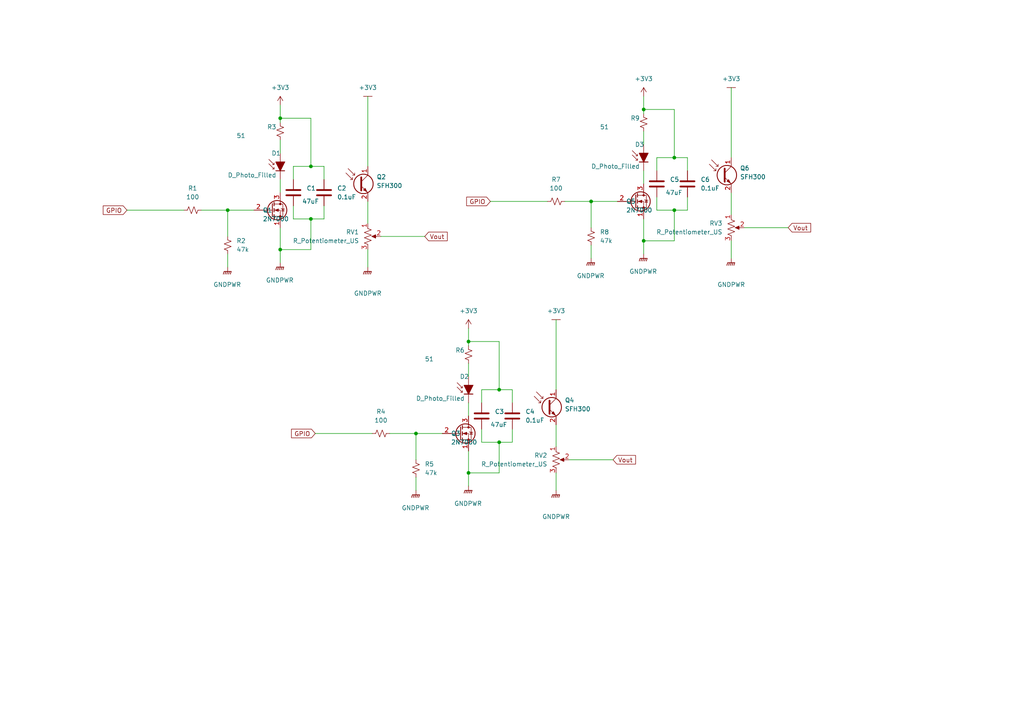
<source format=kicad_sch>
(kicad_sch (version 20211123) (generator eeschema)

  (uuid e63e39d7-6ac0-4ffd-8aa3-1841a4541b55)

  (paper "A4")

  (title_block
    (title "Sensor Circuit")
    (date "2024-03-17")
    (rev "v0")
    (comment 1 "Kopano Maketekete")
    (comment 2 "MKTKOP004")
  )

  (lib_symbols
    (symbol "+3.3V_1" (power) (pin_names (offset 0)) (in_bom yes) (on_board yes)
      (property "Reference" "#PWR0104" (id 0) (at 0 -3.81 0)
        (effects (font (size 1.27 1.27)) hide)
      )
      (property "Value" "+3.3V_1" (id 1) (at 0 5.08 0)
        (effects (font (size 1.27 1.27)))
      )
      (property "Footprint" "" (id 2) (at 0 0 0)
        (effects (font (size 1.27 1.27)) hide)
      )
      (property "Datasheet" "" (id 3) (at 0 0 0)
        (effects (font (size 1.27 1.27)) hide)
      )
      (property "ki_keywords" "power-flag" (id 4) (at 0 0 0)
        (effects (font (size 1.27 1.27)) hide)
      )
      (property "ki_description" "Power symbol creates a global label with name \"+3.3V\"" (id 5) (at 0 0 0)
        (effects (font (size 1.27 1.27)) hide)
      )
      (symbol "+3.3V_1_0_1"
        (polyline
          (pts
            (xy 1.27 0)
            (xy -1.27 0)
          )
          (stroke (width 0) (type default) (color 0 0 0 0))
          (fill (type none))
        )
      )
      (symbol "+3.3V_1_1_1"
        (pin power_in line (at 0 0 90) (length 0) hide
          (name "+3V3" (effects (font (size 1.27 1.27))))
          (number "1" (effects (font (size 1.27 1.27))))
        )
      )
    )
    (symbol "Device:C" (pin_numbers hide) (pin_names (offset 0.254)) (in_bom yes) (on_board yes)
      (property "Reference" "C" (id 0) (at 0.635 2.54 0)
        (effects (font (size 1.27 1.27)) (justify left))
      )
      (property "Value" "C" (id 1) (at 0.635 -2.54 0)
        (effects (font (size 1.27 1.27)) (justify left))
      )
      (property "Footprint" "" (id 2) (at 0.9652 -3.81 0)
        (effects (font (size 1.27 1.27)) hide)
      )
      (property "Datasheet" "~" (id 3) (at 0 0 0)
        (effects (font (size 1.27 1.27)) hide)
      )
      (property "ki_keywords" "cap capacitor" (id 4) (at 0 0 0)
        (effects (font (size 1.27 1.27)) hide)
      )
      (property "ki_description" "Unpolarized capacitor" (id 5) (at 0 0 0)
        (effects (font (size 1.27 1.27)) hide)
      )
      (property "ki_fp_filters" "C_*" (id 6) (at 0 0 0)
        (effects (font (size 1.27 1.27)) hide)
      )
      (symbol "C_0_1"
        (polyline
          (pts
            (xy -2.032 -0.762)
            (xy 2.032 -0.762)
          )
          (stroke (width 0.508) (type default) (color 0 0 0 0))
          (fill (type none))
        )
        (polyline
          (pts
            (xy -2.032 0.762)
            (xy 2.032 0.762)
          )
          (stroke (width 0.508) (type default) (color 0 0 0 0))
          (fill (type none))
        )
      )
      (symbol "C_1_1"
        (pin passive line (at 0 3.81 270) (length 2.794)
          (name "~" (effects (font (size 1.27 1.27))))
          (number "1" (effects (font (size 1.27 1.27))))
        )
        (pin passive line (at 0 -3.81 90) (length 2.794)
          (name "~" (effects (font (size 1.27 1.27))))
          (number "2" (effects (font (size 1.27 1.27))))
        )
      )
    )
    (symbol "Device:D_Photo_Filled" (pin_numbers hide) (pin_names hide) (in_bom yes) (on_board yes)
      (property "Reference" "D" (id 0) (at 0.508 1.778 0)
        (effects (font (size 1.27 1.27)) (justify left))
      )
      (property "Value" "D_Photo_Filled" (id 1) (at -1.016 -2.794 0)
        (effects (font (size 1.27 1.27)))
      )
      (property "Footprint" "" (id 2) (at -1.27 0 0)
        (effects (font (size 1.27 1.27)) hide)
      )
      (property "Datasheet" "~" (id 3) (at -1.27 0 0)
        (effects (font (size 1.27 1.27)) hide)
      )
      (property "ki_keywords" "photodiode diode opto" (id 4) (at 0 0 0)
        (effects (font (size 1.27 1.27)) hide)
      )
      (property "ki_description" "Photodiode, filled shape" (id 5) (at 0 0 0)
        (effects (font (size 1.27 1.27)) hide)
      )
      (symbol "D_Photo_Filled_0_1"
        (polyline
          (pts
            (xy -2.54 1.27)
            (xy -2.54 -1.27)
          )
          (stroke (width 0.254) (type default) (color 0 0 0 0))
          (fill (type none))
        )
        (polyline
          (pts
            (xy -2.032 1.778)
            (xy -1.524 1.778)
          )
          (stroke (width 0) (type default) (color 0 0 0 0))
          (fill (type none))
        )
        (polyline
          (pts
            (xy 0 0)
            (xy -2.54 0)
          )
          (stroke (width 0) (type default) (color 0 0 0 0))
          (fill (type none))
        )
        (polyline
          (pts
            (xy -0.508 3.302)
            (xy -2.032 1.778)
            (xy -2.032 2.286)
          )
          (stroke (width 0) (type default) (color 0 0 0 0))
          (fill (type none))
        )
        (polyline
          (pts
            (xy 0 -1.27)
            (xy 0 1.27)
            (xy -2.54 0)
            (xy 0 -1.27)
          )
          (stroke (width 0.254) (type default) (color 0 0 0 0))
          (fill (type outline))
        )
        (polyline
          (pts
            (xy 0.762 3.302)
            (xy -0.762 1.778)
            (xy -0.762 2.286)
            (xy -0.762 1.778)
            (xy -0.254 1.778)
          )
          (stroke (width 0) (type default) (color 0 0 0 0))
          (fill (type none))
        )
      )
      (symbol "D_Photo_Filled_1_1"
        (pin passive line (at -5.08 0 0) (length 2.54)
          (name "K" (effects (font (size 1.27 1.27))))
          (number "1" (effects (font (size 1.27 1.27))))
        )
        (pin passive line (at 2.54 0 180) (length 2.54)
          (name "A" (effects (font (size 1.27 1.27))))
          (number "2" (effects (font (size 1.27 1.27))))
        )
      )
    )
    (symbol "Device:R_Potentiometer_US" (pin_names (offset 1.016) hide) (in_bom yes) (on_board yes)
      (property "Reference" "RV" (id 0) (at -4.445 0 90)
        (effects (font (size 1.27 1.27)))
      )
      (property "Value" "R_Potentiometer_US" (id 1) (at -2.54 0 90)
        (effects (font (size 1.27 1.27)))
      )
      (property "Footprint" "" (id 2) (at 0 0 0)
        (effects (font (size 1.27 1.27)) hide)
      )
      (property "Datasheet" "~" (id 3) (at 0 0 0)
        (effects (font (size 1.27 1.27)) hide)
      )
      (property "ki_keywords" "resistor variable" (id 4) (at 0 0 0)
        (effects (font (size 1.27 1.27)) hide)
      )
      (property "ki_description" "Potentiometer, US symbol" (id 5) (at 0 0 0)
        (effects (font (size 1.27 1.27)) hide)
      )
      (property "ki_fp_filters" "Potentiometer*" (id 6) (at 0 0 0)
        (effects (font (size 1.27 1.27)) hide)
      )
      (symbol "R_Potentiometer_US_0_1"
        (polyline
          (pts
            (xy 0 -2.286)
            (xy 0 -2.54)
          )
          (stroke (width 0) (type default) (color 0 0 0 0))
          (fill (type none))
        )
        (polyline
          (pts
            (xy 0 2.54)
            (xy 0 2.286)
          )
          (stroke (width 0) (type default) (color 0 0 0 0))
          (fill (type none))
        )
        (polyline
          (pts
            (xy 2.54 0)
            (xy 1.524 0)
          )
          (stroke (width 0) (type default) (color 0 0 0 0))
          (fill (type none))
        )
        (polyline
          (pts
            (xy 1.143 0)
            (xy 2.286 0.508)
            (xy 2.286 -0.508)
            (xy 1.143 0)
          )
          (stroke (width 0) (type default) (color 0 0 0 0))
          (fill (type outline))
        )
        (polyline
          (pts
            (xy 0 -0.762)
            (xy 1.016 -1.143)
            (xy 0 -1.524)
            (xy -1.016 -1.905)
            (xy 0 -2.286)
          )
          (stroke (width 0) (type default) (color 0 0 0 0))
          (fill (type none))
        )
        (polyline
          (pts
            (xy 0 0.762)
            (xy 1.016 0.381)
            (xy 0 0)
            (xy -1.016 -0.381)
            (xy 0 -0.762)
          )
          (stroke (width 0) (type default) (color 0 0 0 0))
          (fill (type none))
        )
        (polyline
          (pts
            (xy 0 2.286)
            (xy 1.016 1.905)
            (xy 0 1.524)
            (xy -1.016 1.143)
            (xy 0 0.762)
          )
          (stroke (width 0) (type default) (color 0 0 0 0))
          (fill (type none))
        )
      )
      (symbol "R_Potentiometer_US_1_1"
        (pin passive line (at 0 3.81 270) (length 1.27)
          (name "1" (effects (font (size 1.27 1.27))))
          (number "1" (effects (font (size 1.27 1.27))))
        )
        (pin passive line (at 3.81 0 180) (length 1.27)
          (name "2" (effects (font (size 1.27 1.27))))
          (number "2" (effects (font (size 1.27 1.27))))
        )
        (pin passive line (at 0 -3.81 90) (length 1.27)
          (name "3" (effects (font (size 1.27 1.27))))
          (number "3" (effects (font (size 1.27 1.27))))
        )
      )
    )
    (symbol "Device:R_Small_US" (pin_numbers hide) (pin_names (offset 0.254) hide) (in_bom yes) (on_board yes)
      (property "Reference" "R" (id 0) (at 0.762 0.508 0)
        (effects (font (size 1.27 1.27)) (justify left))
      )
      (property "Value" "R_Small_US" (id 1) (at 0.762 -1.016 0)
        (effects (font (size 1.27 1.27)) (justify left))
      )
      (property "Footprint" "" (id 2) (at 0 0 0)
        (effects (font (size 1.27 1.27)) hide)
      )
      (property "Datasheet" "~" (id 3) (at 0 0 0)
        (effects (font (size 1.27 1.27)) hide)
      )
      (property "ki_keywords" "r resistor" (id 4) (at 0 0 0)
        (effects (font (size 1.27 1.27)) hide)
      )
      (property "ki_description" "Resistor, small US symbol" (id 5) (at 0 0 0)
        (effects (font (size 1.27 1.27)) hide)
      )
      (property "ki_fp_filters" "R_*" (id 6) (at 0 0 0)
        (effects (font (size 1.27 1.27)) hide)
      )
      (symbol "R_Small_US_1_1"
        (polyline
          (pts
            (xy 0 0)
            (xy 1.016 -0.381)
            (xy 0 -0.762)
            (xy -1.016 -1.143)
            (xy 0 -1.524)
          )
          (stroke (width 0) (type default) (color 0 0 0 0))
          (fill (type none))
        )
        (polyline
          (pts
            (xy 0 1.524)
            (xy 1.016 1.143)
            (xy 0 0.762)
            (xy -1.016 0.381)
            (xy 0 0)
          )
          (stroke (width 0) (type default) (color 0 0 0 0))
          (fill (type none))
        )
        (pin passive line (at 0 2.54 270) (length 1.016)
          (name "~" (effects (font (size 1.27 1.27))))
          (number "1" (effects (font (size 1.27 1.27))))
        )
        (pin passive line (at 0 -2.54 90) (length 1.016)
          (name "~" (effects (font (size 1.27 1.27))))
          (number "2" (effects (font (size 1.27 1.27))))
        )
      )
    )
    (symbol "Sensor_Optical:SFH300" (pin_names (offset 0) hide) (in_bom yes) (on_board yes)
      (property "Reference" "Q" (id 0) (at 5.08 1.27 0)
        (effects (font (size 1.27 1.27)) (justify left))
      )
      (property "Value" "SFH300" (id 1) (at 5.08 -1.27 0)
        (effects (font (size 1.27 1.27)) (justify left))
      )
      (property "Footprint" "LED_THT:LED_D5.0mm_Clear" (id 2) (at 12.192 -3.556 0)
        (effects (font (size 1.27 1.27)) hide)
      )
      (property "Datasheet" "http://www.osram-os.com/Graphics/XPic2/00101785_0.pdf" (id 3) (at 0 0 0)
        (effects (font (size 1.27 1.27)) hide)
      )
      (property "ki_keywords" "NPN phototransistor" (id 4) (at 0 0 0)
        (effects (font (size 1.27 1.27)) hide)
      )
      (property "ki_description" "silicon NPN phototransistor" (id 5) (at 0 0 0)
        (effects (font (size 1.27 1.27)) hide)
      )
      (property "ki_fp_filters" "LED*D5.0mm*Clear*" (id 6) (at 0 0 0)
        (effects (font (size 1.27 1.27)) hide)
      )
      (symbol "SFH300_0_1"
        (polyline
          (pts
            (xy -1.905 1.27)
            (xy -2.54 1.27)
          )
          (stroke (width 0) (type default) (color 0 0 0 0))
          (fill (type none))
        )
        (polyline
          (pts
            (xy -1.27 2.54)
            (xy -1.905 2.54)
          )
          (stroke (width 0) (type default) (color 0 0 0 0))
          (fill (type none))
        )
        (polyline
          (pts
            (xy 0.635 0.635)
            (xy 2.54 2.54)
          )
          (stroke (width 0) (type default) (color 0 0 0 0))
          (fill (type none))
        )
        (polyline
          (pts
            (xy -3.81 3.175)
            (xy -1.905 1.27)
            (xy -1.905 1.905)
          )
          (stroke (width 0) (type default) (color 0 0 0 0))
          (fill (type none))
        )
        (polyline
          (pts
            (xy -3.175 4.445)
            (xy -1.27 2.54)
            (xy -1.27 3.175)
          )
          (stroke (width 0) (type default) (color 0 0 0 0))
          (fill (type none))
        )
        (polyline
          (pts
            (xy 0.635 -0.635)
            (xy 2.54 -2.54)
            (xy 2.54 -2.54)
          )
          (stroke (width 0) (type default) (color 0 0 0 0))
          (fill (type none))
        )
        (polyline
          (pts
            (xy 0.635 1.905)
            (xy 0.635 -1.905)
            (xy 0.635 -1.905)
          )
          (stroke (width 0.508) (type default) (color 0 0 0 0))
          (fill (type none))
        )
        (polyline
          (pts
            (xy 1.27 -1.778)
            (xy 1.778 -1.27)
            (xy 2.286 -2.286)
            (xy 1.27 -1.778)
            (xy 1.27 -1.778)
          )
          (stroke (width 0) (type default) (color 0 0 0 0))
          (fill (type outline))
        )
        (circle (center 1.27 0) (radius 2.8194)
          (stroke (width 0.254) (type default) (color 0 0 0 0))
          (fill (type none))
        )
      )
      (symbol "SFH300_1_1"
        (pin passive line (at 2.54 5.08 270) (length 2.54)
          (name "C" (effects (font (size 1.27 1.27))))
          (number "1" (effects (font (size 1.27 1.27))))
        )
        (pin passive line (at 2.54 -5.08 90) (length 2.54)
          (name "E" (effects (font (size 1.27 1.27))))
          (number "2" (effects (font (size 1.27 1.27))))
        )
      )
    )
    (symbol "Transistor_FET:2N7000" (pin_names hide) (in_bom yes) (on_board yes)
      (property "Reference" "Q" (id 0) (at 5.08 1.905 0)
        (effects (font (size 1.27 1.27)) (justify left))
      )
      (property "Value" "2N7000" (id 1) (at 5.08 0 0)
        (effects (font (size 1.27 1.27)) (justify left))
      )
      (property "Footprint" "Package_TO_SOT_THT:TO-92_Inline" (id 2) (at 5.08 -1.905 0)
        (effects (font (size 1.27 1.27) italic) (justify left) hide)
      )
      (property "Datasheet" "https://www.onsemi.com/pub/Collateral/NDS7002A-D.PDF" (id 3) (at 0 0 0)
        (effects (font (size 1.27 1.27)) (justify left) hide)
      )
      (property "ki_keywords" "N-Channel MOSFET Logic-Level" (id 4) (at 0 0 0)
        (effects (font (size 1.27 1.27)) hide)
      )
      (property "ki_description" "0.2A Id, 200V Vds, N-Channel MOSFET, 2.6V Logic Level, TO-92" (id 5) (at 0 0 0)
        (effects (font (size 1.27 1.27)) hide)
      )
      (property "ki_fp_filters" "TO?92*" (id 6) (at 0 0 0)
        (effects (font (size 1.27 1.27)) hide)
      )
      (symbol "2N7000_0_1"
        (polyline
          (pts
            (xy 0.254 0)
            (xy -2.54 0)
          )
          (stroke (width 0) (type default) (color 0 0 0 0))
          (fill (type none))
        )
        (polyline
          (pts
            (xy 0.254 1.905)
            (xy 0.254 -1.905)
          )
          (stroke (width 0.254) (type default) (color 0 0 0 0))
          (fill (type none))
        )
        (polyline
          (pts
            (xy 0.762 -1.27)
            (xy 0.762 -2.286)
          )
          (stroke (width 0.254) (type default) (color 0 0 0 0))
          (fill (type none))
        )
        (polyline
          (pts
            (xy 0.762 0.508)
            (xy 0.762 -0.508)
          )
          (stroke (width 0.254) (type default) (color 0 0 0 0))
          (fill (type none))
        )
        (polyline
          (pts
            (xy 0.762 2.286)
            (xy 0.762 1.27)
          )
          (stroke (width 0.254) (type default) (color 0 0 0 0))
          (fill (type none))
        )
        (polyline
          (pts
            (xy 2.54 2.54)
            (xy 2.54 1.778)
          )
          (stroke (width 0) (type default) (color 0 0 0 0))
          (fill (type none))
        )
        (polyline
          (pts
            (xy 2.54 -2.54)
            (xy 2.54 0)
            (xy 0.762 0)
          )
          (stroke (width 0) (type default) (color 0 0 0 0))
          (fill (type none))
        )
        (polyline
          (pts
            (xy 0.762 -1.778)
            (xy 3.302 -1.778)
            (xy 3.302 1.778)
            (xy 0.762 1.778)
          )
          (stroke (width 0) (type default) (color 0 0 0 0))
          (fill (type none))
        )
        (polyline
          (pts
            (xy 1.016 0)
            (xy 2.032 0.381)
            (xy 2.032 -0.381)
            (xy 1.016 0)
          )
          (stroke (width 0) (type default) (color 0 0 0 0))
          (fill (type outline))
        )
        (polyline
          (pts
            (xy 2.794 0.508)
            (xy 2.921 0.381)
            (xy 3.683 0.381)
            (xy 3.81 0.254)
          )
          (stroke (width 0) (type default) (color 0 0 0 0))
          (fill (type none))
        )
        (polyline
          (pts
            (xy 3.302 0.381)
            (xy 2.921 -0.254)
            (xy 3.683 -0.254)
            (xy 3.302 0.381)
          )
          (stroke (width 0) (type default) (color 0 0 0 0))
          (fill (type none))
        )
        (circle (center 1.651 0) (radius 2.794)
          (stroke (width 0.254) (type default) (color 0 0 0 0))
          (fill (type none))
        )
        (circle (center 2.54 -1.778) (radius 0.254)
          (stroke (width 0) (type default) (color 0 0 0 0))
          (fill (type outline))
        )
        (circle (center 2.54 1.778) (radius 0.254)
          (stroke (width 0) (type default) (color 0 0 0 0))
          (fill (type outline))
        )
      )
      (symbol "2N7000_1_1"
        (pin passive line (at 2.54 -5.08 90) (length 2.54)
          (name "S" (effects (font (size 1.27 1.27))))
          (number "1" (effects (font (size 1.27 1.27))))
        )
        (pin input line (at -5.08 0 0) (length 2.54)
          (name "G" (effects (font (size 1.27 1.27))))
          (number "2" (effects (font (size 1.27 1.27))))
        )
        (pin passive line (at 2.54 5.08 270) (length 2.54)
          (name "D" (effects (font (size 1.27 1.27))))
          (number "3" (effects (font (size 1.27 1.27))))
        )
      )
    )
    (symbol "power:+3.3V" (power) (pin_names (offset 0)) (in_bom yes) (on_board yes)
      (property "Reference" "#PWR" (id 0) (at 0 -3.81 0)
        (effects (font (size 1.27 1.27)) hide)
      )
      (property "Value" "+3.3V" (id 1) (at 0 3.556 0)
        (effects (font (size 1.27 1.27)))
      )
      (property "Footprint" "" (id 2) (at 0 0 0)
        (effects (font (size 1.27 1.27)) hide)
      )
      (property "Datasheet" "" (id 3) (at 0 0 0)
        (effects (font (size 1.27 1.27)) hide)
      )
      (property "ki_keywords" "power-flag" (id 4) (at 0 0 0)
        (effects (font (size 1.27 1.27)) hide)
      )
      (property "ki_description" "Power symbol creates a global label with name \"+3.3V\"" (id 5) (at 0 0 0)
        (effects (font (size 1.27 1.27)) hide)
      )
      (symbol "+3.3V_0_1"
        (polyline
          (pts
            (xy -0.762 1.27)
            (xy 0 2.54)
          )
          (stroke (width 0) (type default) (color 0 0 0 0))
          (fill (type none))
        )
        (polyline
          (pts
            (xy 0 0)
            (xy 0 2.54)
          )
          (stroke (width 0) (type default) (color 0 0 0 0))
          (fill (type none))
        )
        (polyline
          (pts
            (xy 0 2.54)
            (xy 0.762 1.27)
          )
          (stroke (width 0) (type default) (color 0 0 0 0))
          (fill (type none))
        )
      )
      (symbol "+3.3V_1_1"
        (pin power_in line (at 0 0 90) (length 0) hide
          (name "+3V3" (effects (font (size 1.27 1.27))))
          (number "1" (effects (font (size 1.27 1.27))))
        )
      )
    )
    (symbol "power:GNDPWR" (power) (pin_names (offset 0)) (in_bom yes) (on_board yes)
      (property "Reference" "#PWR" (id 0) (at 0 -5.08 0)
        (effects (font (size 1.27 1.27)) hide)
      )
      (property "Value" "GNDPWR" (id 1) (at 0 -3.302 0)
        (effects (font (size 1.27 1.27)))
      )
      (property "Footprint" "" (id 2) (at 0 -1.27 0)
        (effects (font (size 1.27 1.27)) hide)
      )
      (property "Datasheet" "" (id 3) (at 0 -1.27 0)
        (effects (font (size 1.27 1.27)) hide)
      )
      (property "ki_keywords" "power-flag" (id 4) (at 0 0 0)
        (effects (font (size 1.27 1.27)) hide)
      )
      (property "ki_description" "Power symbol creates a global label with name \"GNDPWR\" , power ground" (id 5) (at 0 0 0)
        (effects (font (size 1.27 1.27)) hide)
      )
      (symbol "GNDPWR_0_1"
        (polyline
          (pts
            (xy 0 -1.27)
            (xy 0 0)
          )
          (stroke (width 0) (type default) (color 0 0 0 0))
          (fill (type none))
        )
        (polyline
          (pts
            (xy -1.016 -1.27)
            (xy -1.27 -2.032)
            (xy -1.27 -2.032)
          )
          (stroke (width 0.2032) (type default) (color 0 0 0 0))
          (fill (type none))
        )
        (polyline
          (pts
            (xy -0.508 -1.27)
            (xy -0.762 -2.032)
            (xy -0.762 -2.032)
          )
          (stroke (width 0.2032) (type default) (color 0 0 0 0))
          (fill (type none))
        )
        (polyline
          (pts
            (xy 0 -1.27)
            (xy -0.254 -2.032)
            (xy -0.254 -2.032)
          )
          (stroke (width 0.2032) (type default) (color 0 0 0 0))
          (fill (type none))
        )
        (polyline
          (pts
            (xy 0.508 -1.27)
            (xy 0.254 -2.032)
            (xy 0.254 -2.032)
          )
          (stroke (width 0.2032) (type default) (color 0 0 0 0))
          (fill (type none))
        )
        (polyline
          (pts
            (xy 1.016 -1.27)
            (xy -1.016 -1.27)
            (xy -1.016 -1.27)
          )
          (stroke (width 0.2032) (type default) (color 0 0 0 0))
          (fill (type none))
        )
        (polyline
          (pts
            (xy 1.016 -1.27)
            (xy 0.762 -2.032)
            (xy 0.762 -2.032)
            (xy 0.762 -2.032)
          )
          (stroke (width 0.2032) (type default) (color 0 0 0 0))
          (fill (type none))
        )
      )
      (symbol "GNDPWR_1_1"
        (pin power_in line (at 0 0 270) (length 0) hide
          (name "GNDPWR" (effects (font (size 1.27 1.27))))
          (number "1" (effects (font (size 1.27 1.27))))
        )
      )
    )
  )

  (junction (at 144.78 128.27) (diameter 0) (color 0 0 0 0)
    (uuid 01a4e8b4-9e25-403c-a06d-c6ccf45fac86)
  )
  (junction (at 90.17 48.26) (diameter 0) (color 0 0 0 0)
    (uuid 1891a343-2c95-4c2a-b897-4ca130a4d929)
  )
  (junction (at 171.45 58.42) (diameter 0) (color 0 0 0 0)
    (uuid 1f9495ac-7624-46c3-934f-375748f93897)
  )
  (junction (at 144.78 113.03) (diameter 0) (color 0 0 0 0)
    (uuid 3c2ebc8c-3e99-4f70-a2f1-c1e9fb5367f6)
  )
  (junction (at 195.58 45.72) (diameter 0) (color 0 0 0 0)
    (uuid 65759a2c-2486-48d6-a577-4841c150fc89)
  )
  (junction (at 81.28 72.39) (diameter 0) (color 0 0 0 0)
    (uuid 8366b76f-9bde-40f0-b3d9-ffcadacb05db)
  )
  (junction (at 195.58 60.96) (diameter 0) (color 0 0 0 0)
    (uuid ab44ff13-b9a9-4225-b026-5171f68b4d54)
  )
  (junction (at 186.69 31.75) (diameter 0) (color 0 0 0 0)
    (uuid b9d0383a-6f85-4fbc-bcfe-2bc03737638b)
  )
  (junction (at 120.65 125.73) (diameter 0) (color 0 0 0 0)
    (uuid bd2a71bf-4db7-4a12-b333-36a6b4d79021)
  )
  (junction (at 135.89 99.06) (diameter 0) (color 0 0 0 0)
    (uuid c5030de4-2d62-4af9-9cef-943d75d03805)
  )
  (junction (at 135.89 137.16) (diameter 0) (color 0 0 0 0)
    (uuid cae37493-e577-4430-9319-363113538a8c)
  )
  (junction (at 66.04 60.96) (diameter 0) (color 0 0 0 0)
    (uuid d45785f9-bd46-47e6-a9cb-b9703c42736b)
  )
  (junction (at 186.69 69.85) (diameter 0) (color 0 0 0 0)
    (uuid e4293fc8-1a58-4b16-8778-be26f507b46e)
  )
  (junction (at 90.17 63.5) (diameter 0) (color 0 0 0 0)
    (uuid e4bf681c-7d9e-48ca-9efd-b8618b0fa75b)
  )
  (junction (at 81.28 34.29) (diameter 0) (color 0 0 0 0)
    (uuid f72c35a8-841a-4e17-9a61-84fe02cc96f1)
  )

  (wire (pts (xy 195.58 60.96) (xy 195.58 69.85))
    (stroke (width 0) (type default) (color 0 0 0 0))
    (uuid 097a02ed-bcd4-4f83-8f1b-f5d23135c7f7)
  )
  (wire (pts (xy 93.98 48.26) (xy 93.98 52.07))
    (stroke (width 0) (type default) (color 0 0 0 0))
    (uuid 0affc768-6860-4ebb-9b64-9422911fb489)
  )
  (wire (pts (xy 144.78 128.27) (xy 148.59 128.27))
    (stroke (width 0) (type default) (color 0 0 0 0))
    (uuid 0cbf1ede-29ca-40d3-9efe-ce0d8993b6a6)
  )
  (wire (pts (xy 186.69 31.75) (xy 195.58 31.75))
    (stroke (width 0) (type default) (color 0 0 0 0))
    (uuid 1196a8c9-8090-4613-9d50-18236daa7da3)
  )
  (wire (pts (xy 81.28 72.39) (xy 90.17 72.39))
    (stroke (width 0) (type default) (color 0 0 0 0))
    (uuid 12049b55-6385-4287-9d54-d779d127334b)
  )
  (wire (pts (xy 106.68 27.94) (xy 106.68 48.26))
    (stroke (width 0) (type default) (color 0 0 0 0))
    (uuid 17ebf529-2462-4f28-a9f6-d9ca78dca70b)
  )
  (wire (pts (xy 85.09 59.69) (xy 85.09 63.5))
    (stroke (width 0) (type default) (color 0 0 0 0))
    (uuid 1a015be9-aa3d-4899-8887-3a0aa06bba5a)
  )
  (wire (pts (xy 171.45 58.42) (xy 171.45 66.04))
    (stroke (width 0) (type default) (color 0 0 0 0))
    (uuid 1afaa7df-7580-4b30-8800-1c53f98f9d67)
  )
  (wire (pts (xy 135.89 116.84) (xy 135.89 120.65))
    (stroke (width 0) (type default) (color 0 0 0 0))
    (uuid 1bb85f36-a98c-44ab-9b6a-0862c7131aa8)
  )
  (wire (pts (xy 120.65 125.73) (xy 128.27 125.73))
    (stroke (width 0) (type default) (color 0 0 0 0))
    (uuid 1be94254-5d7d-4d08-b30c-d18c9be4474a)
  )
  (wire (pts (xy 195.58 60.96) (xy 199.39 60.96))
    (stroke (width 0) (type default) (color 0 0 0 0))
    (uuid 1d6b296b-1bad-4d3a-9bd0-7fa9d18acf03)
  )
  (wire (pts (xy 135.89 137.16) (xy 135.89 140.97))
    (stroke (width 0) (type default) (color 0 0 0 0))
    (uuid 207fcf77-a1d0-45f5-961d-4831ad060ed4)
  )
  (wire (pts (xy 81.28 34.29) (xy 90.17 34.29))
    (stroke (width 0) (type default) (color 0 0 0 0))
    (uuid 213cad10-8549-4ba9-a418-7dc6e5c35589)
  )
  (wire (pts (xy 66.04 73.66) (xy 66.04 77.47))
    (stroke (width 0) (type default) (color 0 0 0 0))
    (uuid 26ba26fb-b836-4505-a9c6-ee84a1b2e2c4)
  )
  (wire (pts (xy 90.17 63.5) (xy 90.17 72.39))
    (stroke (width 0) (type default) (color 0 0 0 0))
    (uuid 2f0dba5b-8fc8-4a3b-ae1f-88e52e834972)
  )
  (wire (pts (xy 106.68 58.42) (xy 106.68 64.77))
    (stroke (width 0) (type default) (color 0 0 0 0))
    (uuid 30ea9bd2-1951-4911-b344-e41f121a4ff3)
  )
  (wire (pts (xy 190.5 60.96) (xy 195.58 60.96))
    (stroke (width 0) (type default) (color 0 0 0 0))
    (uuid 34d21c93-c6bb-48e6-9971-0a58dce65581)
  )
  (wire (pts (xy 135.89 95.25) (xy 135.89 99.06))
    (stroke (width 0) (type default) (color 0 0 0 0))
    (uuid 36813292-ae49-41fd-a815-4e78c13cb5e6)
  )
  (wire (pts (xy 212.09 69.85) (xy 212.09 74.93))
    (stroke (width 0) (type default) (color 0 0 0 0))
    (uuid 37bfc66e-db90-494c-88bc-1b2fdc87515f)
  )
  (wire (pts (xy 135.89 99.06) (xy 144.78 99.06))
    (stroke (width 0) (type default) (color 0 0 0 0))
    (uuid 37d0ed3c-43f0-4452-938e-8b5c2721603b)
  )
  (wire (pts (xy 120.65 125.73) (xy 120.65 133.35))
    (stroke (width 0) (type default) (color 0 0 0 0))
    (uuid 3bc28b90-943e-453f-a457-494d32d99379)
  )
  (wire (pts (xy 139.7 128.27) (xy 144.78 128.27))
    (stroke (width 0) (type default) (color 0 0 0 0))
    (uuid 3dcc7d06-1cc6-4fa6-adb0-e3d87372a95e)
  )
  (wire (pts (xy 161.29 92.71) (xy 161.29 113.03))
    (stroke (width 0) (type default) (color 0 0 0 0))
    (uuid 423fa6fe-9f8e-42ca-9183-644e47d40573)
  )
  (wire (pts (xy 93.98 59.69) (xy 93.98 63.5))
    (stroke (width 0) (type default) (color 0 0 0 0))
    (uuid 458472d9-6c47-4219-bbee-951714bedb46)
  )
  (wire (pts (xy 161.29 137.16) (xy 161.29 142.24))
    (stroke (width 0) (type default) (color 0 0 0 0))
    (uuid 47fb1dcb-be19-4784-b57d-f6ac0446b00c)
  )
  (wire (pts (xy 85.09 52.07) (xy 85.09 48.26))
    (stroke (width 0) (type default) (color 0 0 0 0))
    (uuid 4b637bd0-7e24-45af-8ccd-5ec1772ec097)
  )
  (wire (pts (xy 144.78 128.27) (xy 144.78 137.16))
    (stroke (width 0) (type default) (color 0 0 0 0))
    (uuid 4bada638-b3ed-4bac-bdbc-ffb7f5a8a47f)
  )
  (wire (pts (xy 142.24 58.42) (xy 158.75 58.42))
    (stroke (width 0) (type default) (color 0 0 0 0))
    (uuid 4da24bf0-87dd-4944-9134-ed6729d3af37)
  )
  (wire (pts (xy 186.69 31.75) (xy 186.69 33.02))
    (stroke (width 0) (type default) (color 0 0 0 0))
    (uuid 523eacf1-08f2-4501-847a-49acc7e38add)
  )
  (wire (pts (xy 90.17 48.26) (xy 93.98 48.26))
    (stroke (width 0) (type default) (color 0 0 0 0))
    (uuid 59ab9127-c42c-45f2-b569-f90e3bea8a96)
  )
  (wire (pts (xy 113.03 125.73) (xy 120.65 125.73))
    (stroke (width 0) (type default) (color 0 0 0 0))
    (uuid 5ec50466-de75-4e37-9a6d-8209cc67fb65)
  )
  (wire (pts (xy 186.69 63.5) (xy 186.69 69.85))
    (stroke (width 0) (type default) (color 0 0 0 0))
    (uuid 634d8e0b-b66c-467e-9ac3-31be9d70ad13)
  )
  (wire (pts (xy 148.59 113.03) (xy 148.59 116.84))
    (stroke (width 0) (type default) (color 0 0 0 0))
    (uuid 6c6bee9c-5464-4ad7-9d96-00be1078c827)
  )
  (wire (pts (xy 161.29 123.19) (xy 161.29 129.54))
    (stroke (width 0) (type default) (color 0 0 0 0))
    (uuid 75bfc5e0-d845-4782-bf32-472409fdecee)
  )
  (wire (pts (xy 81.28 72.39) (xy 81.28 76.2))
    (stroke (width 0) (type default) (color 0 0 0 0))
    (uuid 762f87b5-a5c2-451d-8bb6-7cc19c6706da)
  )
  (wire (pts (xy 171.45 71.12) (xy 171.45 74.93))
    (stroke (width 0) (type default) (color 0 0 0 0))
    (uuid 77ab52c8-d8ee-460a-bdd9-1c7a428eeae7)
  )
  (wire (pts (xy 135.89 105.41) (xy 135.89 109.22))
    (stroke (width 0) (type default) (color 0 0 0 0))
    (uuid 7b8805f7-d459-42ca-8fe6-7b44579c668d)
  )
  (wire (pts (xy 139.7 113.03) (xy 144.78 113.03))
    (stroke (width 0) (type default) (color 0 0 0 0))
    (uuid 8239acd3-df87-4b9d-83a5-014ce14572d0)
  )
  (wire (pts (xy 110.49 68.58) (xy 123.19 68.58))
    (stroke (width 0) (type default) (color 0 0 0 0))
    (uuid 845f6a32-f67f-4281-9618-578584aa8fe2)
  )
  (wire (pts (xy 186.69 27.94) (xy 186.69 31.75))
    (stroke (width 0) (type default) (color 0 0 0 0))
    (uuid 86f93f7b-4805-44fa-b9a1-044cacc41cec)
  )
  (wire (pts (xy 135.89 130.81) (xy 135.89 137.16))
    (stroke (width 0) (type default) (color 0 0 0 0))
    (uuid 8ae8601e-9bb5-42ab-9b88-02cf27f96177)
  )
  (wire (pts (xy 144.78 113.03) (xy 144.78 99.06))
    (stroke (width 0) (type default) (color 0 0 0 0))
    (uuid 94c6fb3e-98c1-44b6-adbc-bef3b5fb9685)
  )
  (wire (pts (xy 120.65 138.43) (xy 120.65 142.24))
    (stroke (width 0) (type default) (color 0 0 0 0))
    (uuid 9803472d-ea76-4e18-94db-82b8982010eb)
  )
  (wire (pts (xy 81.28 52.07) (xy 81.28 55.88))
    (stroke (width 0) (type default) (color 0 0 0 0))
    (uuid 9c9116db-230c-431a-8633-14e65c7d4687)
  )
  (wire (pts (xy 36.83 60.96) (xy 53.34 60.96))
    (stroke (width 0) (type default) (color 0 0 0 0))
    (uuid a2087542-ce6f-418d-af18-feeecd67ad58)
  )
  (wire (pts (xy 186.69 49.53) (xy 186.69 53.34))
    (stroke (width 0) (type default) (color 0 0 0 0))
    (uuid a2acf1d2-ab2e-4b6b-b95b-00f568e842b8)
  )
  (wire (pts (xy 144.78 113.03) (xy 148.59 113.03))
    (stroke (width 0) (type default) (color 0 0 0 0))
    (uuid a994a1e1-e5d3-47ed-aa93-7fd69786422c)
  )
  (wire (pts (xy 163.83 58.42) (xy 171.45 58.42))
    (stroke (width 0) (type default) (color 0 0 0 0))
    (uuid ab6b9e11-2c82-4430-ad2c-3f6d67e0efaa)
  )
  (wire (pts (xy 81.28 66.04) (xy 81.28 72.39))
    (stroke (width 0) (type default) (color 0 0 0 0))
    (uuid ad3c57e0-80b0-4fc2-a17e-b8f8a475099d)
  )
  (wire (pts (xy 165.1 133.35) (xy 177.8 133.35))
    (stroke (width 0) (type default) (color 0 0 0 0))
    (uuid b1e797ad-80e1-487e-9625-423ccedf5cef)
  )
  (wire (pts (xy 91.44 125.73) (xy 107.95 125.73))
    (stroke (width 0) (type default) (color 0 0 0 0))
    (uuid b6a1b420-5923-4593-842a-f8492b29f0d0)
  )
  (wire (pts (xy 148.59 124.46) (xy 148.59 128.27))
    (stroke (width 0) (type default) (color 0 0 0 0))
    (uuid b7ba9aad-83a3-498a-9b99-f6ba20020edd)
  )
  (wire (pts (xy 186.69 38.1) (xy 186.69 41.91))
    (stroke (width 0) (type default) (color 0 0 0 0))
    (uuid b83fdc99-34a9-4ec8-a99d-b76560d5a6fe)
  )
  (wire (pts (xy 195.58 45.72) (xy 195.58 31.75))
    (stroke (width 0) (type default) (color 0 0 0 0))
    (uuid b9824cfd-71d3-4027-86d8-3127984796cb)
  )
  (wire (pts (xy 81.28 34.29) (xy 81.28 35.56))
    (stroke (width 0) (type default) (color 0 0 0 0))
    (uuid ba2af17f-ffae-47d0-91a2-c4ad81640d55)
  )
  (wire (pts (xy 85.09 63.5) (xy 90.17 63.5))
    (stroke (width 0) (type default) (color 0 0 0 0))
    (uuid ba7ff98a-def1-4ca5-bdb5-fcc8e6cd5063)
  )
  (wire (pts (xy 66.04 60.96) (xy 73.66 60.96))
    (stroke (width 0) (type default) (color 0 0 0 0))
    (uuid bbe99250-b7c9-4ca9-80dd-92cece10f04f)
  )
  (wire (pts (xy 171.45 58.42) (xy 179.07 58.42))
    (stroke (width 0) (type default) (color 0 0 0 0))
    (uuid bdd66714-accf-4a92-8ab6-34c84678c815)
  )
  (wire (pts (xy 190.5 49.53) (xy 190.5 45.72))
    (stroke (width 0) (type default) (color 0 0 0 0))
    (uuid be7e501c-8953-4b88-b533-35e3fe68c06b)
  )
  (wire (pts (xy 212.09 55.88) (xy 212.09 62.23))
    (stroke (width 0) (type default) (color 0 0 0 0))
    (uuid bf3af397-f54c-4976-9daf-f57bad5f56b7)
  )
  (wire (pts (xy 81.28 40.64) (xy 81.28 44.45))
    (stroke (width 0) (type default) (color 0 0 0 0))
    (uuid bff275bd-e207-4d94-b8e6-b425cf3239e1)
  )
  (wire (pts (xy 66.04 60.96) (xy 66.04 68.58))
    (stroke (width 0) (type default) (color 0 0 0 0))
    (uuid c3b428af-ed35-4048-9f2c-88ee774aafac)
  )
  (wire (pts (xy 199.39 45.72) (xy 199.39 49.53))
    (stroke (width 0) (type default) (color 0 0 0 0))
    (uuid c3d5bec4-afc1-44da-b636-13ad8a7fd64f)
  )
  (wire (pts (xy 135.89 137.16) (xy 144.78 137.16))
    (stroke (width 0) (type default) (color 0 0 0 0))
    (uuid c59efd3a-5a83-4f8f-bbf3-e48e30abc5d3)
  )
  (wire (pts (xy 186.69 69.85) (xy 195.58 69.85))
    (stroke (width 0) (type default) (color 0 0 0 0))
    (uuid cb68410c-3e5e-4cee-8d09-c47c325224eb)
  )
  (wire (pts (xy 81.28 30.48) (xy 81.28 34.29))
    (stroke (width 0) (type default) (color 0 0 0 0))
    (uuid cc7d6fe5-79f5-435a-8273-eca846396f51)
  )
  (wire (pts (xy 212.09 25.4) (xy 212.09 45.72))
    (stroke (width 0) (type default) (color 0 0 0 0))
    (uuid ce08ba82-07d2-4142-b111-dbe023ed0be1)
  )
  (wire (pts (xy 190.5 45.72) (xy 195.58 45.72))
    (stroke (width 0) (type default) (color 0 0 0 0))
    (uuid cf44086c-db03-4a53-adca-f005d5898e9c)
  )
  (wire (pts (xy 135.89 99.06) (xy 135.89 100.33))
    (stroke (width 0) (type default) (color 0 0 0 0))
    (uuid d48adb6e-6e55-455c-b72a-7fef2204ba8d)
  )
  (wire (pts (xy 199.39 57.15) (xy 199.39 60.96))
    (stroke (width 0) (type default) (color 0 0 0 0))
    (uuid d83777d8-156f-49cc-8e37-3201ffd66435)
  )
  (wire (pts (xy 139.7 124.46) (xy 139.7 128.27))
    (stroke (width 0) (type default) (color 0 0 0 0))
    (uuid dae113db-14c4-4324-afe6-913d5f8e7a49)
  )
  (wire (pts (xy 195.58 45.72) (xy 199.39 45.72))
    (stroke (width 0) (type default) (color 0 0 0 0))
    (uuid db029376-608f-41d3-9f2e-fa30e419a721)
  )
  (wire (pts (xy 186.69 69.85) (xy 186.69 73.66))
    (stroke (width 0) (type default) (color 0 0 0 0))
    (uuid dc0e69ef-9727-4197-a165-0cc411e3b010)
  )
  (wire (pts (xy 58.42 60.96) (xy 66.04 60.96))
    (stroke (width 0) (type default) (color 0 0 0 0))
    (uuid dc6b4983-a5d5-4e60-9594-306dba92d54e)
  )
  (wire (pts (xy 106.68 72.39) (xy 106.68 77.47))
    (stroke (width 0) (type default) (color 0 0 0 0))
    (uuid dfd16b45-ed26-4e64-9726-cd3e21dc11c1)
  )
  (wire (pts (xy 215.9 66.04) (xy 228.6 66.04))
    (stroke (width 0) (type default) (color 0 0 0 0))
    (uuid e08766ab-f83b-4a32-b5d9-7caccd78b18d)
  )
  (wire (pts (xy 85.09 48.26) (xy 90.17 48.26))
    (stroke (width 0) (type default) (color 0 0 0 0))
    (uuid e86994c1-dbe8-4b17-ba97-043542ffb5af)
  )
  (wire (pts (xy 139.7 116.84) (xy 139.7 113.03))
    (stroke (width 0) (type default) (color 0 0 0 0))
    (uuid ead1f6aa-426b-4c7b-9ac5-825c69e9ca0e)
  )
  (wire (pts (xy 90.17 63.5) (xy 93.98 63.5))
    (stroke (width 0) (type default) (color 0 0 0 0))
    (uuid ff6e1905-80a4-4263-8514-cf7caac70c4e)
  )
  (wire (pts (xy 90.17 48.26) (xy 90.17 34.29))
    (stroke (width 0) (type default) (color 0 0 0 0))
    (uuid ff7cb16a-1d1c-4fbc-ae31-2e3565ebbfc7)
  )
  (wire (pts (xy 190.5 57.15) (xy 190.5 60.96))
    (stroke (width 0) (type default) (color 0 0 0 0))
    (uuid fff29552-f66e-4e69-b61b-a56371f28511)
  )

  (global_label "Vout" (shape input) (at 123.19 68.58 0) (fields_autoplaced)
    (effects (font (size 1.27 1.27)) (justify left))
    (uuid 0739828a-aa9c-4b60-98f7-78bc94d06717)
    (property "Intersheet References" "${INTERSHEET_REFS}" (id 0) (at 129.7155 68.5006 0)
      (effects (font (size 1.27 1.27)) (justify left) hide)
    )
  )
  (global_label "GPIO" (shape input) (at 142.24 58.42 180) (fields_autoplaced)
    (effects (font (size 1.27 1.27)) (justify right))
    (uuid 5194248b-4b17-47fc-9c38-56e734bd1525)
    (property "Intersheet References" "${INTERSHEET_REFS}" (id 0) (at 135.3517 58.3406 0)
      (effects (font (size 1.27 1.27)) (justify right) hide)
    )
  )
  (global_label "Vout" (shape input) (at 228.6 66.04 0) (fields_autoplaced)
    (effects (font (size 1.27 1.27)) (justify left))
    (uuid 664a2984-d5ca-4b27-8bf0-c8ce665178ec)
    (property "Intersheet References" "${INTERSHEET_REFS}" (id 0) (at 235.1255 65.9606 0)
      (effects (font (size 1.27 1.27)) (justify left) hide)
    )
  )
  (global_label "Vout" (shape input) (at 177.8 133.35 0) (fields_autoplaced)
    (effects (font (size 1.27 1.27)) (justify left))
    (uuid 79876bde-2009-4e5f-8ae7-cdf0938ce87b)
    (property "Intersheet References" "${INTERSHEET_REFS}" (id 0) (at 184.3255 133.2706 0)
      (effects (font (size 1.27 1.27)) (justify left) hide)
    )
  )
  (global_label "GPIO" (shape input) (at 91.44 125.73 180) (fields_autoplaced)
    (effects (font (size 1.27 1.27)) (justify right))
    (uuid d2867bba-a92a-4ae1-b594-03c49de26d9d)
    (property "Intersheet References" "${INTERSHEET_REFS}" (id 0) (at 84.5517 125.6506 0)
      (effects (font (size 1.27 1.27)) (justify right) hide)
    )
  )
  (global_label "GPIO" (shape input) (at 36.83 60.96 180) (fields_autoplaced)
    (effects (font (size 1.27 1.27)) (justify right))
    (uuid ea815632-2522-456c-9c06-1698b52e8f45)
    (property "Intersheet References" "${INTERSHEET_REFS}" (id 0) (at 29.9417 60.8806 0)
      (effects (font (size 1.27 1.27)) (justify right) hide)
    )
  )

  (symbol (lib_id "Transistor_FET:2N7000") (at 184.15 58.42 0) (unit 1)
    (in_bom yes) (on_board yes)
    (uuid 1e03bf46-2969-4e0c-80ff-73403a8a7f7e)
    (property "Reference" "Q5" (id 0) (at 181.61 58.4199 0)
      (effects (font (size 1.27 1.27)) (justify left))
    )
    (property "Value" "2N7000" (id 1) (at 181.61 60.9599 0)
      (effects (font (size 1.27 1.27)) (justify left))
    )
    (property "Footprint" "Package_TO_SOT_THT:TO-92_Inline" (id 2) (at 189.23 60.325 0)
      (effects (font (size 1.27 1.27) italic) (justify left) hide)
    )
    (property "Datasheet" "https://www.onsemi.com/pub/Collateral/NDS7002A-D.PDF" (id 3) (at 184.15 58.42 0)
      (effects (font (size 1.27 1.27)) (justify left) hide)
    )
    (pin "1" (uuid 2b735cd7-304f-43bc-8373-32cf970ac989))
    (pin "2" (uuid c4ab6bfc-8a65-422a-8054-2b178dff56bc))
    (pin "3" (uuid c1f46f4b-4e7b-4293-870f-de43ea3573b6))
  )

  (symbol (lib_id "power:+3.3V") (at 81.28 30.48 0) (unit 1)
    (in_bom yes) (on_board yes) (fields_autoplaced)
    (uuid 25b80178-e073-46f0-9f3a-4e90df274686)
    (property "Reference" "#PWR02" (id 0) (at 81.28 34.29 0)
      (effects (font (size 1.27 1.27)) hide)
    )
    (property "Value" "+3.3V" (id 1) (at 81.28 25.4 0))
    (property "Footprint" "" (id 2) (at 81.28 30.48 0)
      (effects (font (size 1.27 1.27)) hide)
    )
    (property "Datasheet" "" (id 3) (at 81.28 30.48 0)
      (effects (font (size 1.27 1.27)) hide)
    )
    (pin "1" (uuid bc1284f8-3012-48ed-9862-b524af35b176))
  )

  (symbol (lib_id "Device:D_Photo_Filled") (at 135.89 111.76 90) (unit 1)
    (in_bom yes) (on_board yes)
    (uuid 26c163a6-bc84-4eaf-a2ff-8093a6667d6f)
    (property "Reference" "D2" (id 0) (at 133.35 109.22 90)
      (effects (font (size 1.27 1.27)) (justify right))
    )
    (property "Value" "D_Photo_Filled" (id 1) (at 120.65 115.57 90)
      (effects (font (size 1.27 1.27)) (justify right))
    )
    (property "Footprint" "Diode_THT:D_T-1_P2.54mm_Vertical_AnodeUp" (id 2) (at 135.89 113.03 0)
      (effects (font (size 1.27 1.27)) hide)
    )
    (property "Datasheet" "" (id 3) (at 135.89 113.03 0)
      (effects (font (size 1.27 1.27)) hide)
    )
    (pin "1" (uuid c0554b1c-1db3-4e79-9e19-d96211b49151))
    (pin "2" (uuid c79c9567-9a38-4a44-b422-396320cd24a1))
  )

  (symbol (lib_id "power:GNDPWR") (at 81.28 76.2 0) (unit 1)
    (in_bom yes) (on_board yes) (fields_autoplaced)
    (uuid 2e5b2742-2a9a-4ed1-8009-caf6e3b847ee)
    (property "Reference" "#PWR03" (id 0) (at 81.28 81.28 0)
      (effects (font (size 1.27 1.27)) hide)
    )
    (property "Value" "GNDPWR" (id 1) (at 81.153 81.28 0))
    (property "Footprint" "" (id 2) (at 81.28 77.47 0)
      (effects (font (size 1.27 1.27)) hide)
    )
    (property "Datasheet" "" (id 3) (at 81.28 77.47 0)
      (effects (font (size 1.27 1.27)) hide)
    )
    (pin "1" (uuid 271fa1f8-4094-4c83-b40b-122d9748320d))
  )

  (symbol (lib_id "Sensor_Optical:SFH300") (at 104.14 53.34 0) (unit 1)
    (in_bom yes) (on_board yes) (fields_autoplaced)
    (uuid 368f333d-218a-4bbd-9879-5d241ee7cf84)
    (property "Reference" "Q2" (id 0) (at 109.22 51.3206 0)
      (effects (font (size 1.27 1.27)) (justify left))
    )
    (property "Value" "SFH300" (id 1) (at 109.22 53.8606 0)
      (effects (font (size 1.27 1.27)) (justify left))
    )
    (property "Footprint" "LED_THT:LED_D5.0mm_Clear" (id 2) (at 116.332 56.896 0)
      (effects (font (size 1.27 1.27)) hide)
    )
    (property "Datasheet" "http://www.osram-os.com/Graphics/XPic2/00101785_0.pdf" (id 3) (at 104.14 53.34 0)
      (effects (font (size 1.27 1.27)) hide)
    )
    (pin "1" (uuid ff534714-5450-4ad6-a07c-a8ccad3be11b))
    (pin "2" (uuid 43a440f1-e687-4419-a7d2-c0616f865e48))
  )

  (symbol (lib_id "power:GNDPWR") (at 106.68 77.47 0) (unit 1)
    (in_bom yes) (on_board yes)
    (uuid 37f9345c-43b6-4e31-8280-acb94755535c)
    (property "Reference" "#PWR05" (id 0) (at 106.68 82.55 0)
      (effects (font (size 1.27 1.27)) hide)
    )
    (property "Value" "GNDPWR" (id 1) (at 106.68 85.09 0))
    (property "Footprint" "" (id 2) (at 106.68 78.74 0)
      (effects (font (size 1.27 1.27)) hide)
    )
    (property "Datasheet" "" (id 3) (at 106.68 78.74 0)
      (effects (font (size 1.27 1.27)) hide)
    )
    (pin "1" (uuid 9da609b7-fe60-47f0-9e40-40a42c3997d4))
  )

  (symbol (lib_id "Device:R_Small_US") (at 120.65 135.89 180) (unit 1)
    (in_bom yes) (on_board yes) (fields_autoplaced)
    (uuid 3b24bdbc-deb2-4f27-9aa5-7bb5af1513a0)
    (property "Reference" "R5" (id 0) (at 123.19 134.6199 0)
      (effects (font (size 1.27 1.27)) (justify right))
    )
    (property "Value" "47k" (id 1) (at 123.19 137.1599 0)
      (effects (font (size 1.27 1.27)) (justify right))
    )
    (property "Footprint" "Resistor_THT:R_Axial_DIN0414_L11.9mm_D4.5mm_P5.08mm_Vertical" (id 2) (at 120.65 135.89 0)
      (effects (font (size 1.27 1.27)) hide)
    )
    (property "Datasheet" "~" (id 3) (at 120.65 135.89 0)
      (effects (font (size 1.27 1.27)) hide)
    )
    (pin "1" (uuid 26e30f50-ba8e-451d-97c4-83e156661978))
    (pin "2" (uuid 1efd5ccf-ca9c-40a7-a69f-27ab63e6b4c4))
  )

  (symbol (lib_id "Transistor_FET:2N7000") (at 133.35 125.73 0) (unit 1)
    (in_bom yes) (on_board yes)
    (uuid 425ef573-646d-4e5f-bafd-ddeb7b74a0bb)
    (property "Reference" "Q3" (id 0) (at 130.81 125.7299 0)
      (effects (font (size 1.27 1.27)) (justify left))
    )
    (property "Value" "2N7000" (id 1) (at 130.81 128.2699 0)
      (effects (font (size 1.27 1.27)) (justify left))
    )
    (property "Footprint" "Package_TO_SOT_THT:TO-92_Inline" (id 2) (at 138.43 127.635 0)
      (effects (font (size 1.27 1.27) italic) (justify left) hide)
    )
    (property "Datasheet" "https://www.onsemi.com/pub/Collateral/NDS7002A-D.PDF" (id 3) (at 133.35 125.73 0)
      (effects (font (size 1.27 1.27)) (justify left) hide)
    )
    (pin "1" (uuid 7e5d93d0-8a49-4b6d-8669-2bc1ea933bae))
    (pin "2" (uuid 49932048-8bb4-4234-b8a2-42ae5b4896aa))
    (pin "3" (uuid 6c832229-e7a2-41d4-9ee3-2774af9f4815))
  )

  (symbol (lib_id "power:GNDPWR") (at 186.69 73.66 0) (unit 1)
    (in_bom yes) (on_board yes) (fields_autoplaced)
    (uuid 4306874c-9797-4136-8adc-59e1db8ba85c)
    (property "Reference" "#PWR013" (id 0) (at 186.69 78.74 0)
      (effects (font (size 1.27 1.27)) hide)
    )
    (property "Value" "GNDPWR" (id 1) (at 186.563 78.74 0))
    (property "Footprint" "" (id 2) (at 186.69 74.93 0)
      (effects (font (size 1.27 1.27)) hide)
    )
    (property "Datasheet" "" (id 3) (at 186.69 74.93 0)
      (effects (font (size 1.27 1.27)) hide)
    )
    (pin "1" (uuid bcf60027-666e-4307-9893-eb2bd8c6b102))
  )

  (symbol (lib_id "Device:R_Potentiometer_US") (at 212.09 66.04 0) (unit 1)
    (in_bom yes) (on_board yes) (fields_autoplaced)
    (uuid 43bdeaff-0f5a-4cff-9447-b82dbba77fd7)
    (property "Reference" "RV3" (id 0) (at 209.55 64.7699 0)
      (effects (font (size 1.27 1.27)) (justify right))
    )
    (property "Value" "R_Potentiometer_US" (id 1) (at 209.55 67.3099 0)
      (effects (font (size 1.27 1.27)) (justify right))
    )
    (property "Footprint" "Potentiometer_SMD:Potentiometer_ACP_CA6-VSMD_Vertical_Hole" (id 2) (at 212.09 66.04 0)
      (effects (font (size 1.27 1.27)) hide)
    )
    (property "Datasheet" "~" (id 3) (at 212.09 66.04 0)
      (effects (font (size 1.27 1.27)) hide)
    )
    (pin "1" (uuid 174d6e0b-1f73-484c-95aa-bb61eff6d028))
    (pin "2" (uuid ad974f8b-66eb-4968-ba81-5ab27e04e7f5))
    (pin "3" (uuid ab39f6ea-a6fe-4af6-b0eb-2bfb7dbd743d))
  )

  (symbol (lib_id "Device:D_Photo_Filled") (at 81.28 46.99 90) (unit 1)
    (in_bom yes) (on_board yes)
    (uuid 5d26e01c-ee78-4b13-a7c0-01922c77b85b)
    (property "Reference" "D1" (id 0) (at 78.74 44.45 90)
      (effects (font (size 1.27 1.27)) (justify right))
    )
    (property "Value" "D_Photo_Filled" (id 1) (at 66.04 50.8 90)
      (effects (font (size 1.27 1.27)) (justify right))
    )
    (property "Footprint" "Diode_THT:D_T-1_P2.54mm_Vertical_AnodeUp" (id 2) (at 81.28 48.26 0)
      (effects (font (size 1.27 1.27)) hide)
    )
    (property "Datasheet" "" (id 3) (at 81.28 48.26 0)
      (effects (font (size 1.27 1.27)) hide)
    )
    (pin "1" (uuid 74ff0d84-4f69-4630-870d-b6cc76b5b3aa))
    (pin "2" (uuid ae55011d-d55b-4221-be77-52823674cc80))
  )

  (symbol (lib_id "Device:R_Small_US") (at 55.88 60.96 90) (unit 1)
    (in_bom yes) (on_board yes) (fields_autoplaced)
    (uuid 621a4ecc-ab75-4d67-8f43-b240467c7c59)
    (property "Reference" "R1" (id 0) (at 55.88 54.61 90))
    (property "Value" "100" (id 1) (at 55.88 57.15 90))
    (property "Footprint" "Resistor_THT:R_Axial_DIN0414_L11.9mm_D4.5mm_P5.08mm_Vertical" (id 2) (at 55.88 60.96 0)
      (effects (font (size 1.27 1.27)) hide)
    )
    (property "Datasheet" "~" (id 3) (at 55.88 60.96 0)
      (effects (font (size 1.27 1.27)) hide)
    )
    (pin "1" (uuid fb56868c-b19c-4212-a841-9013b46ee67d))
    (pin "2" (uuid e6ce6c79-9170-4ea2-b9bd-87d942d1f8ee))
  )

  (symbol (lib_id "power:GNDPWR") (at 171.45 74.93 0) (unit 1)
    (in_bom yes) (on_board yes) (fields_autoplaced)
    (uuid 628e27fa-41ab-4a16-9ca9-d79cf38ca77a)
    (property "Reference" "#PWR011" (id 0) (at 171.45 80.01 0)
      (effects (font (size 1.27 1.27)) hide)
    )
    (property "Value" "GNDPWR" (id 1) (at 171.323 80.01 0))
    (property "Footprint" "" (id 2) (at 171.45 76.2 0)
      (effects (font (size 1.27 1.27)) hide)
    )
    (property "Datasheet" "" (id 3) (at 171.45 76.2 0)
      (effects (font (size 1.27 1.27)) hide)
    )
    (pin "1" (uuid 806aed3f-7bd5-4306-a9a2-d04e9e849f42))
  )

  (symbol (lib_id "Device:R_Small_US") (at 81.28 38.1 180) (unit 1)
    (in_bom yes) (on_board yes)
    (uuid 68acb219-3d95-4f4d-92d7-28bdc9cb58ae)
    (property "Reference" "R3" (id 0) (at 77.47 36.83 0)
      (effects (font (size 1.27 1.27)) (justify right))
    )
    (property "Value" "51" (id 1) (at 68.58 39.37 0)
      (effects (font (size 1.27 1.27)) (justify right))
    )
    (property "Footprint" "Resistor_THT:R_Axial_DIN0414_L11.9mm_D4.5mm_P5.08mm_Vertical" (id 2) (at 81.28 38.1 0)
      (effects (font (size 1.27 1.27)) hide)
    )
    (property "Datasheet" "~" (id 3) (at 81.28 38.1 0)
      (effects (font (size 1.27 1.27)) hide)
    )
    (pin "1" (uuid 1f594200-2047-4a08-ac37-86ede7da86cd))
    (pin "2" (uuid f80106b8-6b0a-4814-a919-195e29399e2b))
  )

  (symbol (lib_id "Device:C") (at 139.7 120.65 0) (unit 1)
    (in_bom yes) (on_board yes)
    (uuid 6d8dce04-b584-427c-b938-96642a6ed14e)
    (property "Reference" "C3" (id 0) (at 143.51 119.3799 0)
      (effects (font (size 1.27 1.27)) (justify left))
    )
    (property "Value" "47uF" (id 1) (at 142.24 123.19 0)
      (effects (font (size 1.27 1.27)) (justify left))
    )
    (property "Footprint" "Capacitor_THT:C_Axial_L3.8mm_D2.6mm_P10.00mm_Horizontal" (id 2) (at 140.6652 124.46 0)
      (effects (font (size 1.27 1.27)) hide)
    )
    (property "Datasheet" "~" (id 3) (at 139.7 120.65 0)
      (effects (font (size 1.27 1.27)) hide)
    )
    (pin "1" (uuid e9742607-36b5-4053-b09e-fcf930ee8262))
    (pin "2" (uuid cdb55184-386d-428e-a82c-2ba5f701c927))
  )

  (symbol (lib_id "Device:D_Photo_Filled") (at 186.69 44.45 90) (unit 1)
    (in_bom yes) (on_board yes)
    (uuid 73f1d89d-0cc9-4954-8e09-35e3d80a527b)
    (property "Reference" "D3" (id 0) (at 184.15 41.91 90)
      (effects (font (size 1.27 1.27)) (justify right))
    )
    (property "Value" "D_Photo_Filled" (id 1) (at 171.45 48.26 90)
      (effects (font (size 1.27 1.27)) (justify right))
    )
    (property "Footprint" "Diode_THT:D_T-1_P2.54mm_Vertical_AnodeUp" (id 2) (at 186.69 45.72 0)
      (effects (font (size 1.27 1.27)) hide)
    )
    (property "Datasheet" "" (id 3) (at 186.69 45.72 0)
      (effects (font (size 1.27 1.27)) hide)
    )
    (pin "1" (uuid 66f4d7be-fff6-48a7-9ef2-cda5a8c40c5e))
    (pin "2" (uuid 9388dc01-2081-427c-ae9f-6d22190e0c34))
  )

  (symbol (lib_id "Transistor_FET:2N7000") (at 78.74 60.96 0) (unit 1)
    (in_bom yes) (on_board yes)
    (uuid 7720b53e-da37-4d29-8b25-595961ed780f)
    (property "Reference" "Q1" (id 0) (at 76.2 60.9599 0)
      (effects (font (size 1.27 1.27)) (justify left))
    )
    (property "Value" "2N7000" (id 1) (at 76.2 63.4999 0)
      (effects (font (size 1.27 1.27)) (justify left))
    )
    (property "Footprint" "Package_TO_SOT_THT:TO-92_Inline" (id 2) (at 83.82 62.865 0)
      (effects (font (size 1.27 1.27) italic) (justify left) hide)
    )
    (property "Datasheet" "https://www.onsemi.com/pub/Collateral/NDS7002A-D.PDF" (id 3) (at 78.74 60.96 0)
      (effects (font (size 1.27 1.27)) (justify left) hide)
    )
    (pin "1" (uuid 100ba76d-b742-4a7c-b00a-f25328546189))
    (pin "2" (uuid 49fe6b93-02be-4792-951c-0cb873cf7271))
    (pin "3" (uuid d71f2ae7-210b-4cb7-9c15-223db6147438))
  )

  (symbol (lib_id "Device:R_Small_US") (at 66.04 71.12 180) (unit 1)
    (in_bom yes) (on_board yes) (fields_autoplaced)
    (uuid 7c39e737-26fc-4216-aff5-16bd0fb0899e)
    (property "Reference" "R2" (id 0) (at 68.58 69.8499 0)
      (effects (font (size 1.27 1.27)) (justify right))
    )
    (property "Value" "47k" (id 1) (at 68.58 72.3899 0)
      (effects (font (size 1.27 1.27)) (justify right))
    )
    (property "Footprint" "Resistor_THT:R_Axial_DIN0414_L11.9mm_D4.5mm_P5.08mm_Vertical" (id 2) (at 66.04 71.12 0)
      (effects (font (size 1.27 1.27)) hide)
    )
    (property "Datasheet" "~" (id 3) (at 66.04 71.12 0)
      (effects (font (size 1.27 1.27)) hide)
    )
    (pin "1" (uuid 6d43e8f1-b191-4e43-9906-550ba0d7ab95))
    (pin "2" (uuid ce4b6262-e652-4d6d-aad9-abbe0d70debc))
  )

  (symbol (lib_id "power:GNDPWR") (at 120.65 142.24 0) (unit 1)
    (in_bom yes) (on_board yes) (fields_autoplaced)
    (uuid 827bac47-ee35-4b3f-8430-4e95f0fdd431)
    (property "Reference" "#PWR06" (id 0) (at 120.65 147.32 0)
      (effects (font (size 1.27 1.27)) hide)
    )
    (property "Value" "GNDPWR" (id 1) (at 120.523 147.32 0))
    (property "Footprint" "" (id 2) (at 120.65 143.51 0)
      (effects (font (size 1.27 1.27)) hide)
    )
    (property "Datasheet" "" (id 3) (at 120.65 143.51 0)
      (effects (font (size 1.27 1.27)) hide)
    )
    (pin "1" (uuid 040939b2-b3e7-4947-99a4-0a7cd37aad58))
  )

  (symbol (lib_name "+3.3V_1") (lib_id "power:+3.3V") (at 161.29 92.71 0) (unit 1)
    (in_bom yes) (on_board yes)
    (uuid 8509f05f-d103-4277-9a5a-77d00d1a0171)
    (property "Reference" "#PWR09" (id 0) (at 161.29 96.52 0)
      (effects (font (size 1.27 1.27)) hide)
    )
    (property "Value" "+3.3V" (id 1) (at 161.29 90.17 0))
    (property "Footprint" "" (id 2) (at 161.29 92.71 0)
      (effects (font (size 1.27 1.27)) hide)
    )
    (property "Datasheet" "" (id 3) (at 161.29 92.71 0)
      (effects (font (size 1.27 1.27)) hide)
    )
    (pin "1" (uuid d3a9da93-8bb8-41c6-b107-3dabde159c62))
  )

  (symbol (lib_id "power:GNDPWR") (at 135.89 140.97 0) (unit 1)
    (in_bom yes) (on_board yes) (fields_autoplaced)
    (uuid 883ba400-ed66-4ce4-bb0a-bf1067ff5db6)
    (property "Reference" "#PWR08" (id 0) (at 135.89 146.05 0)
      (effects (font (size 1.27 1.27)) hide)
    )
    (property "Value" "GNDPWR" (id 1) (at 135.763 146.05 0))
    (property "Footprint" "" (id 2) (at 135.89 142.24 0)
      (effects (font (size 1.27 1.27)) hide)
    )
    (property "Datasheet" "" (id 3) (at 135.89 142.24 0)
      (effects (font (size 1.27 1.27)) hide)
    )
    (pin "1" (uuid cd6c09ff-9674-44d5-bf80-ec4b1c5cf968))
  )

  (symbol (lib_id "Device:C") (at 85.09 55.88 0) (unit 1)
    (in_bom yes) (on_board yes)
    (uuid 88747afb-3e37-4fb3-9c46-f7475d5129cb)
    (property "Reference" "C1" (id 0) (at 88.9 54.6099 0)
      (effects (font (size 1.27 1.27)) (justify left))
    )
    (property "Value" "47uF" (id 1) (at 87.63 58.42 0)
      (effects (font (size 1.27 1.27)) (justify left))
    )
    (property "Footprint" "Capacitor_THT:C_Axial_L3.8mm_D2.6mm_P10.00mm_Horizontal" (id 2) (at 86.0552 59.69 0)
      (effects (font (size 1.27 1.27)) hide)
    )
    (property "Datasheet" "~" (id 3) (at 85.09 55.88 0)
      (effects (font (size 1.27 1.27)) hide)
    )
    (pin "1" (uuid 25dfea08-65cf-48ec-a05b-031a8296520e))
    (pin "2" (uuid d9d8f8c4-8a03-48cf-9c7b-4e44ccc5f886))
  )

  (symbol (lib_id "Device:C") (at 148.59 120.65 0) (unit 1)
    (in_bom yes) (on_board yes) (fields_autoplaced)
    (uuid 8a6f611a-99ee-491b-bd87-a6498a2a5bcb)
    (property "Reference" "C4" (id 0) (at 152.4 119.3799 0)
      (effects (font (size 1.27 1.27)) (justify left))
    )
    (property "Value" "0.1uF" (id 1) (at 152.4 121.9199 0)
      (effects (font (size 1.27 1.27)) (justify left))
    )
    (property "Footprint" "Capacitor_THT:C_Axial_L3.8mm_D2.6mm_P10.00mm_Horizontal" (id 2) (at 149.5552 124.46 0)
      (effects (font (size 1.27 1.27)) hide)
    )
    (property "Datasheet" "~" (id 3) (at 148.59 120.65 0)
      (effects (font (size 1.27 1.27)) hide)
    )
    (pin "1" (uuid a0c51670-5802-4f84-994c-fe3fc7e90f7d))
    (pin "2" (uuid df838657-f23a-45c5-bf90-189451c9813e))
  )

  (symbol (lib_id "Device:R_Small_US") (at 110.49 125.73 90) (unit 1)
    (in_bom yes) (on_board yes) (fields_autoplaced)
    (uuid 960aa5e4-5e7e-4bb6-bdc7-e09fd1567a3d)
    (property "Reference" "R4" (id 0) (at 110.49 119.38 90))
    (property "Value" "100" (id 1) (at 110.49 121.92 90))
    (property "Footprint" "Resistor_THT:R_Axial_DIN0414_L11.9mm_D4.5mm_P5.08mm_Vertical" (id 2) (at 110.49 125.73 0)
      (effects (font (size 1.27 1.27)) hide)
    )
    (property "Datasheet" "~" (id 3) (at 110.49 125.73 0)
      (effects (font (size 1.27 1.27)) hide)
    )
    (pin "1" (uuid b5a9d93b-43d4-406f-b89a-5ea70bbb5ddb))
    (pin "2" (uuid 79f20f60-6fb2-4983-9ac6-e71b735897f7))
  )

  (symbol (lib_id "Sensor_Optical:SFH300") (at 209.55 50.8 0) (unit 1)
    (in_bom yes) (on_board yes) (fields_autoplaced)
    (uuid 9c747223-d8c3-4bc4-aa75-a4c8a700c9fa)
    (property "Reference" "Q6" (id 0) (at 214.63 48.7806 0)
      (effects (font (size 1.27 1.27)) (justify left))
    )
    (property "Value" "SFH300" (id 1) (at 214.63 51.3206 0)
      (effects (font (size 1.27 1.27)) (justify left))
    )
    (property "Footprint" "LED_THT:LED_D5.0mm_Clear" (id 2) (at 221.742 54.356 0)
      (effects (font (size 1.27 1.27)) hide)
    )
    (property "Datasheet" "http://www.osram-os.com/Graphics/XPic2/00101785_0.pdf" (id 3) (at 209.55 50.8 0)
      (effects (font (size 1.27 1.27)) hide)
    )
    (pin "1" (uuid 97ac51f1-814b-4479-9635-0c061234d780))
    (pin "2" (uuid e943c6b4-897b-489c-b7b7-4fcdfcc1a641))
  )

  (symbol (lib_id "Device:R_Small_US") (at 186.69 35.56 180) (unit 1)
    (in_bom yes) (on_board yes)
    (uuid 9f4d5c6f-1753-4d10-8490-ad18e3d68080)
    (property "Reference" "R9" (id 0) (at 182.88 34.29 0)
      (effects (font (size 1.27 1.27)) (justify right))
    )
    (property "Value" "51" (id 1) (at 173.99 36.83 0)
      (effects (font (size 1.27 1.27)) (justify right))
    )
    (property "Footprint" "Resistor_THT:R_Axial_DIN0414_L11.9mm_D4.5mm_P5.08mm_Vertical" (id 2) (at 186.69 35.56 0)
      (effects (font (size 1.27 1.27)) hide)
    )
    (property "Datasheet" "~" (id 3) (at 186.69 35.56 0)
      (effects (font (size 1.27 1.27)) hide)
    )
    (pin "1" (uuid 95c784d5-650d-4b18-bbf4-9a3bf8077c2d))
    (pin "2" (uuid decfc506-65a7-42bd-9e41-abbf3baa97ef))
  )

  (symbol (lib_id "Device:R_Potentiometer_US") (at 106.68 68.58 0) (unit 1)
    (in_bom yes) (on_board yes) (fields_autoplaced)
    (uuid a5fc9911-8973-47b1-8fdd-d5bb12728b86)
    (property "Reference" "RV1" (id 0) (at 104.14 67.3099 0)
      (effects (font (size 1.27 1.27)) (justify right))
    )
    (property "Value" "R_Potentiometer_US" (id 1) (at 104.14 69.8499 0)
      (effects (font (size 1.27 1.27)) (justify right))
    )
    (property "Footprint" "Potentiometer_SMD:Potentiometer_ACP_CA6-VSMD_Vertical_Hole" (id 2) (at 106.68 68.58 0)
      (effects (font (size 1.27 1.27)) hide)
    )
    (property "Datasheet" "~" (id 3) (at 106.68 68.58 0)
      (effects (font (size 1.27 1.27)) hide)
    )
    (pin "1" (uuid c6afe977-162e-4497-ad53-63d8e46f3c3a))
    (pin "2" (uuid 44653b90-be50-4c2c-bb30-54817e5acee1))
    (pin "3" (uuid 11780189-d95b-4079-8e77-ff1da15d4467))
  )

  (symbol (lib_id "power:GNDPWR") (at 212.09 74.93 0) (unit 1)
    (in_bom yes) (on_board yes)
    (uuid b28ce4e0-af1a-4cdf-8fe9-62e979acfb7f)
    (property "Reference" "#PWR015" (id 0) (at 212.09 80.01 0)
      (effects (font (size 1.27 1.27)) hide)
    )
    (property "Value" "GNDPWR" (id 1) (at 212.09 82.55 0))
    (property "Footprint" "" (id 2) (at 212.09 76.2 0)
      (effects (font (size 1.27 1.27)) hide)
    )
    (property "Datasheet" "" (id 3) (at 212.09 76.2 0)
      (effects (font (size 1.27 1.27)) hide)
    )
    (pin "1" (uuid 7f4337b7-e60b-4fc0-8122-3e9ec68b3dd3))
  )

  (symbol (lib_id "power:+3.3V") (at 186.69 27.94 0) (unit 1)
    (in_bom yes) (on_board yes) (fields_autoplaced)
    (uuid b3fd85ed-d1d1-46c9-95dd-283d5eb48f29)
    (property "Reference" "#PWR012" (id 0) (at 186.69 31.75 0)
      (effects (font (size 1.27 1.27)) hide)
    )
    (property "Value" "+3.3V" (id 1) (at 186.69 22.86 0))
    (property "Footprint" "" (id 2) (at 186.69 27.94 0)
      (effects (font (size 1.27 1.27)) hide)
    )
    (property "Datasheet" "" (id 3) (at 186.69 27.94 0)
      (effects (font (size 1.27 1.27)) hide)
    )
    (pin "1" (uuid ad3676d5-d3d1-4754-9866-a29d1c3e6fe6))
  )

  (symbol (lib_id "power:GNDPWR") (at 66.04 77.47 0) (unit 1)
    (in_bom yes) (on_board yes) (fields_autoplaced)
    (uuid c5256d2d-d9bf-4dff-afec-5207f6055b90)
    (property "Reference" "#PWR01" (id 0) (at 66.04 82.55 0)
      (effects (font (size 1.27 1.27)) hide)
    )
    (property "Value" "GNDPWR" (id 1) (at 65.913 82.55 0))
    (property "Footprint" "" (id 2) (at 66.04 78.74 0)
      (effects (font (size 1.27 1.27)) hide)
    )
    (property "Datasheet" "" (id 3) (at 66.04 78.74 0)
      (effects (font (size 1.27 1.27)) hide)
    )
    (pin "1" (uuid cd9493a5-ae18-44cf-8be4-72e34378d3da))
  )

  (symbol (lib_id "Device:R_Small_US") (at 135.89 102.87 180) (unit 1)
    (in_bom yes) (on_board yes)
    (uuid cd003e18-dc97-4dc4-acdd-ae325edac240)
    (property "Reference" "R6" (id 0) (at 132.08 101.6 0)
      (effects (font (size 1.27 1.27)) (justify right))
    )
    (property "Value" "51" (id 1) (at 123.19 104.14 0)
      (effects (font (size 1.27 1.27)) (justify right))
    )
    (property "Footprint" "Resistor_THT:R_Axial_DIN0414_L11.9mm_D4.5mm_P5.08mm_Vertical" (id 2) (at 135.89 102.87 0)
      (effects (font (size 1.27 1.27)) hide)
    )
    (property "Datasheet" "~" (id 3) (at 135.89 102.87 0)
      (effects (font (size 1.27 1.27)) hide)
    )
    (pin "1" (uuid 9f1ad070-e034-4890-8d36-72fc631dcc28))
    (pin "2" (uuid c2353d31-af48-48fd-8c4a-f6fc06b4a6cc))
  )

  (symbol (lib_id "Device:R_Small_US") (at 171.45 68.58 180) (unit 1)
    (in_bom yes) (on_board yes) (fields_autoplaced)
    (uuid cfc3bc22-f252-40c2-9b61-0d61fead6a67)
    (property "Reference" "R8" (id 0) (at 173.99 67.3099 0)
      (effects (font (size 1.27 1.27)) (justify right))
    )
    (property "Value" "47k" (id 1) (at 173.99 69.8499 0)
      (effects (font (size 1.27 1.27)) (justify right))
    )
    (property "Footprint" "Resistor_THT:R_Axial_DIN0414_L11.9mm_D4.5mm_P5.08mm_Vertical" (id 2) (at 171.45 68.58 0)
      (effects (font (size 1.27 1.27)) hide)
    )
    (property "Datasheet" "~" (id 3) (at 171.45 68.58 0)
      (effects (font (size 1.27 1.27)) hide)
    )
    (pin "1" (uuid 648346b8-a6d1-42b0-973f-19705e3f924d))
    (pin "2" (uuid cd87ce5d-f4ee-4f81-935d-54a08564728f))
  )

  (symbol (lib_id "Device:C") (at 93.98 55.88 0) (unit 1)
    (in_bom yes) (on_board yes) (fields_autoplaced)
    (uuid d76951c7-90df-44ef-9dcf-7210c88290e4)
    (property "Reference" "C2" (id 0) (at 97.79 54.6099 0)
      (effects (font (size 1.27 1.27)) (justify left))
    )
    (property "Value" "0.1uF" (id 1) (at 97.79 57.1499 0)
      (effects (font (size 1.27 1.27)) (justify left))
    )
    (property "Footprint" "Capacitor_THT:C_Axial_L3.8mm_D2.6mm_P10.00mm_Horizontal" (id 2) (at 94.9452 59.69 0)
      (effects (font (size 1.27 1.27)) hide)
    )
    (property "Datasheet" "~" (id 3) (at 93.98 55.88 0)
      (effects (font (size 1.27 1.27)) hide)
    )
    (pin "1" (uuid a164207d-01bf-42fe-b8da-a52533a5de36))
    (pin "2" (uuid fafe7494-c2ea-4e1e-93bd-c6bc5aed0c60))
  )

  (symbol (lib_name "+3.3V_1") (lib_id "power:+3.3V") (at 212.09 25.4 0) (unit 1)
    (in_bom yes) (on_board yes)
    (uuid db1c2976-699d-45e9-bdde-0f852067e53b)
    (property "Reference" "#PWR014" (id 0) (at 212.09 29.21 0)
      (effects (font (size 1.27 1.27)) hide)
    )
    (property "Value" "+3.3V" (id 1) (at 212.09 22.86 0))
    (property "Footprint" "" (id 2) (at 212.09 25.4 0)
      (effects (font (size 1.27 1.27)) hide)
    )
    (property "Datasheet" "" (id 3) (at 212.09 25.4 0)
      (effects (font (size 1.27 1.27)) hide)
    )
    (pin "1" (uuid 3c690be9-aebf-42f0-b0a5-df44fbc60ae2))
  )

  (symbol (lib_id "Device:C") (at 190.5 53.34 0) (unit 1)
    (in_bom yes) (on_board yes)
    (uuid db24eb8e-f035-4236-a8b6-99d35d986039)
    (property "Reference" "C5" (id 0) (at 194.31 52.0699 0)
      (effects (font (size 1.27 1.27)) (justify left))
    )
    (property "Value" "47uF" (id 1) (at 193.04 55.88 0)
      (effects (font (size 1.27 1.27)) (justify left))
    )
    (property "Footprint" "Capacitor_THT:C_Axial_L3.8mm_D2.6mm_P10.00mm_Horizontal" (id 2) (at 191.4652 57.15 0)
      (effects (font (size 1.27 1.27)) hide)
    )
    (property "Datasheet" "~" (id 3) (at 190.5 53.34 0)
      (effects (font (size 1.27 1.27)) hide)
    )
    (pin "1" (uuid a02266d8-7118-4664-952e-d69f3eb00013))
    (pin "2" (uuid d4ea5d79-5624-4b6f-902a-9f95ebe0535f))
  )

  (symbol (lib_name "+3.3V_1") (lib_id "power:+3.3V") (at 106.68 27.94 0) (unit 1)
    (in_bom yes) (on_board yes)
    (uuid dc43226a-9780-4bf1-aa3a-b824d4d3e98c)
    (property "Reference" "#PWR04" (id 0) (at 106.68 31.75 0)
      (effects (font (size 1.27 1.27)) hide)
    )
    (property "Value" "+3.3V" (id 1) (at 106.68 25.4 0))
    (property "Footprint" "" (id 2) (at 106.68 27.94 0)
      (effects (font (size 1.27 1.27)) hide)
    )
    (property "Datasheet" "" (id 3) (at 106.68 27.94 0)
      (effects (font (size 1.27 1.27)) hide)
    )
    (pin "1" (uuid 3fa14e57-60b5-4245-8b1e-59b9ed95806c))
  )

  (symbol (lib_id "Device:R_Small_US") (at 161.29 58.42 90) (unit 1)
    (in_bom yes) (on_board yes) (fields_autoplaced)
    (uuid df652eb2-2c08-4e83-bd93-094d36bd37c4)
    (property "Reference" "R7" (id 0) (at 161.29 52.07 90))
    (property "Value" "100" (id 1) (at 161.29 54.61 90))
    (property "Footprint" "Resistor_THT:R_Axial_DIN0414_L11.9mm_D4.5mm_P5.08mm_Vertical" (id 2) (at 161.29 58.42 0)
      (effects (font (size 1.27 1.27)) hide)
    )
    (property "Datasheet" "~" (id 3) (at 161.29 58.42 0)
      (effects (font (size 1.27 1.27)) hide)
    )
    (pin "1" (uuid 08708ba2-7d85-44b2-9bc8-6433a516efa2))
    (pin "2" (uuid f25adc74-95a0-43c7-b70c-e3fafd87d68c))
  )

  (symbol (lib_id "power:+3.3V") (at 135.89 95.25 0) (unit 1)
    (in_bom yes) (on_board yes) (fields_autoplaced)
    (uuid dfa5e8dc-fd08-4af0-a0c1-418e65582ce7)
    (property "Reference" "#PWR07" (id 0) (at 135.89 99.06 0)
      (effects (font (size 1.27 1.27)) hide)
    )
    (property "Value" "+3.3V" (id 1) (at 135.89 90.17 0))
    (property "Footprint" "" (id 2) (at 135.89 95.25 0)
      (effects (font (size 1.27 1.27)) hide)
    )
    (property "Datasheet" "" (id 3) (at 135.89 95.25 0)
      (effects (font (size 1.27 1.27)) hide)
    )
    (pin "1" (uuid 1acbbfa3-1dc9-455b-b292-873e508cad25))
  )

  (symbol (lib_id "power:GNDPWR") (at 161.29 142.24 0) (unit 1)
    (in_bom yes) (on_board yes)
    (uuid e69ab064-49f1-41cf-9fd7-f4d4c69c818a)
    (property "Reference" "#PWR010" (id 0) (at 161.29 147.32 0)
      (effects (font (size 1.27 1.27)) hide)
    )
    (property "Value" "GNDPWR" (id 1) (at 161.29 149.86 0))
    (property "Footprint" "" (id 2) (at 161.29 143.51 0)
      (effects (font (size 1.27 1.27)) hide)
    )
    (property "Datasheet" "" (id 3) (at 161.29 143.51 0)
      (effects (font (size 1.27 1.27)) hide)
    )
    (pin "1" (uuid 4afc0b4e-832b-4f2e-ae8f-5dd4aa26eb11))
  )

  (symbol (lib_id "Sensor_Optical:SFH300") (at 158.75 118.11 0) (unit 1)
    (in_bom yes) (on_board yes) (fields_autoplaced)
    (uuid e83c17c0-2e5d-47df-9c90-6eab973b83e8)
    (property "Reference" "Q4" (id 0) (at 163.83 116.0906 0)
      (effects (font (size 1.27 1.27)) (justify left))
    )
    (property "Value" "SFH300" (id 1) (at 163.83 118.6306 0)
      (effects (font (size 1.27 1.27)) (justify left))
    )
    (property "Footprint" "LED_THT:LED_D5.0mm_Clear" (id 2) (at 170.942 121.666 0)
      (effects (font (size 1.27 1.27)) hide)
    )
    (property "Datasheet" "http://www.osram-os.com/Graphics/XPic2/00101785_0.pdf" (id 3) (at 158.75 118.11 0)
      (effects (font (size 1.27 1.27)) hide)
    )
    (pin "1" (uuid 643fcdcb-ce9b-4249-8c98-87789e9e38c9))
    (pin "2" (uuid c2db114c-838b-4bc4-93de-8513ca0fb3f3))
  )

  (symbol (lib_id "Device:C") (at 199.39 53.34 0) (unit 1)
    (in_bom yes) (on_board yes) (fields_autoplaced)
    (uuid f5e76ec5-c191-4356-b0f5-a60c8d81f14e)
    (property "Reference" "C6" (id 0) (at 203.2 52.0699 0)
      (effects (font (size 1.27 1.27)) (justify left))
    )
    (property "Value" "0.1uF" (id 1) (at 203.2 54.6099 0)
      (effects (font (size 1.27 1.27)) (justify left))
    )
    (property "Footprint" "Capacitor_THT:C_Axial_L3.8mm_D2.6mm_P10.00mm_Horizontal" (id 2) (at 200.3552 57.15 0)
      (effects (font (size 1.27 1.27)) hide)
    )
    (property "Datasheet" "~" (id 3) (at 199.39 53.34 0)
      (effects (font (size 1.27 1.27)) hide)
    )
    (pin "1" (uuid 5faf597a-2259-4855-b46a-0a60cd1b1312))
    (pin "2" (uuid 782d02e1-88f5-45a7-8a65-51cf76c491c6))
  )

  (symbol (lib_id "Device:R_Potentiometer_US") (at 161.29 133.35 0) (unit 1)
    (in_bom yes) (on_board yes) (fields_autoplaced)
    (uuid fd4609ea-5a50-4b52-9720-5ef325d61c7e)
    (property "Reference" "RV2" (id 0) (at 158.75 132.0799 0)
      (effects (font (size 1.27 1.27)) (justify right))
    )
    (property "Value" "R_Potentiometer_US" (id 1) (at 158.75 134.6199 0)
      (effects (font (size 1.27 1.27)) (justify right))
    )
    (property "Footprint" "Potentiometer_SMD:Potentiometer_ACP_CA6-VSMD_Vertical_Hole" (id 2) (at 161.29 133.35 0)
      (effects (font (size 1.27 1.27)) hide)
    )
    (property "Datasheet" "~" (id 3) (at 161.29 133.35 0)
      (effects (font (size 1.27 1.27)) hide)
    )
    (pin "1" (uuid 6e8bc3b7-6287-4350-bc2e-fbac30779ba6))
    (pin "2" (uuid 50a6ffa1-f0e3-4c99-a086-dab0213fbd6a))
    (pin "3" (uuid 503f26e5-d308-4336-b267-c768bce6c9b7))
  )

  (sheet_instances
    (path "/" (page "1"))
  )

  (symbol_instances
    (path "/c5256d2d-d9bf-4dff-afec-5207f6055b90"
      (reference "#PWR01") (unit 1) (value "GNDPWR") (footprint "")
    )
    (path "/25b80178-e073-46f0-9f3a-4e90df274686"
      (reference "#PWR02") (unit 1) (value "+3.3V") (footprint "")
    )
    (path "/2e5b2742-2a9a-4ed1-8009-caf6e3b847ee"
      (reference "#PWR03") (unit 1) (value "GNDPWR") (footprint "")
    )
    (path "/dc43226a-9780-4bf1-aa3a-b824d4d3e98c"
      (reference "#PWR04") (unit 1) (value "+3.3V") (footprint "")
    )
    (path "/37f9345c-43b6-4e31-8280-acb94755535c"
      (reference "#PWR05") (unit 1) (value "GNDPWR") (footprint "")
    )
    (path "/827bac47-ee35-4b3f-8430-4e95f0fdd431"
      (reference "#PWR06") (unit 1) (value "GNDPWR") (footprint "")
    )
    (path "/dfa5e8dc-fd08-4af0-a0c1-418e65582ce7"
      (reference "#PWR07") (unit 1) (value "+3.3V") (footprint "")
    )
    (path "/883ba400-ed66-4ce4-bb0a-bf1067ff5db6"
      (reference "#PWR08") (unit 1) (value "GNDPWR") (footprint "")
    )
    (path "/8509f05f-d103-4277-9a5a-77d00d1a0171"
      (reference "#PWR09") (unit 1) (value "+3.3V") (footprint "")
    )
    (path "/e69ab064-49f1-41cf-9fd7-f4d4c69c818a"
      (reference "#PWR010") (unit 1) (value "GNDPWR") (footprint "")
    )
    (path "/628e27fa-41ab-4a16-9ca9-d79cf38ca77a"
      (reference "#PWR011") (unit 1) (value "GNDPWR") (footprint "")
    )
    (path "/b3fd85ed-d1d1-46c9-95dd-283d5eb48f29"
      (reference "#PWR012") (unit 1) (value "+3.3V") (footprint "")
    )
    (path "/4306874c-9797-4136-8adc-59e1db8ba85c"
      (reference "#PWR013") (unit 1) (value "GNDPWR") (footprint "")
    )
    (path "/db1c2976-699d-45e9-bdde-0f852067e53b"
      (reference "#PWR014") (unit 1) (value "+3.3V") (footprint "")
    )
    (path "/b28ce4e0-af1a-4cdf-8fe9-62e979acfb7f"
      (reference "#PWR015") (unit 1) (value "GNDPWR") (footprint "")
    )
    (path "/88747afb-3e37-4fb3-9c46-f7475d5129cb"
      (reference "C1") (unit 1) (value "47uF") (footprint "Capacitor_THT:C_Axial_L3.8mm_D2.6mm_P10.00mm_Horizontal")
    )
    (path "/d76951c7-90df-44ef-9dcf-7210c88290e4"
      (reference "C2") (unit 1) (value "0.1uF") (footprint "Capacitor_THT:C_Axial_L3.8mm_D2.6mm_P10.00mm_Horizontal")
    )
    (path "/6d8dce04-b584-427c-b938-96642a6ed14e"
      (reference "C3") (unit 1) (value "47uF") (footprint "Capacitor_THT:C_Axial_L3.8mm_D2.6mm_P10.00mm_Horizontal")
    )
    (path "/8a6f611a-99ee-491b-bd87-a6498a2a5bcb"
      (reference "C4") (unit 1) (value "0.1uF") (footprint "Capacitor_THT:C_Axial_L3.8mm_D2.6mm_P10.00mm_Horizontal")
    )
    (path "/db24eb8e-f035-4236-a8b6-99d35d986039"
      (reference "C5") (unit 1) (value "47uF") (footprint "Capacitor_THT:C_Axial_L3.8mm_D2.6mm_P10.00mm_Horizontal")
    )
    (path "/f5e76ec5-c191-4356-b0f5-a60c8d81f14e"
      (reference "C6") (unit 1) (value "0.1uF") (footprint "Capacitor_THT:C_Axial_L3.8mm_D2.6mm_P10.00mm_Horizontal")
    )
    (path "/5d26e01c-ee78-4b13-a7c0-01922c77b85b"
      (reference "D1") (unit 1) (value "D_Photo_Filled") (footprint "Diode_THT:D_T-1_P2.54mm_Vertical_AnodeUp")
    )
    (path "/26c163a6-bc84-4eaf-a2ff-8093a6667d6f"
      (reference "D2") (unit 1) (value "D_Photo_Filled") (footprint "Diode_THT:D_T-1_P2.54mm_Vertical_AnodeUp")
    )
    (path "/73f1d89d-0cc9-4954-8e09-35e3d80a527b"
      (reference "D3") (unit 1) (value "D_Photo_Filled") (footprint "Diode_THT:D_T-1_P2.54mm_Vertical_AnodeUp")
    )
    (path "/7720b53e-da37-4d29-8b25-595961ed780f"
      (reference "Q1") (unit 1) (value "2N7000") (footprint "Package_TO_SOT_THT:TO-92_Inline")
    )
    (path "/368f333d-218a-4bbd-9879-5d241ee7cf84"
      (reference "Q2") (unit 1) (value "SFH300") (footprint "LED_THT:LED_D5.0mm_Clear")
    )
    (path "/425ef573-646d-4e5f-bafd-ddeb7b74a0bb"
      (reference "Q3") (unit 1) (value "2N7000") (footprint "Package_TO_SOT_THT:TO-92_Inline")
    )
    (path "/e83c17c0-2e5d-47df-9c90-6eab973b83e8"
      (reference "Q4") (unit 1) (value "SFH300") (footprint "LED_THT:LED_D5.0mm_Clear")
    )
    (path "/1e03bf46-2969-4e0c-80ff-73403a8a7f7e"
      (reference "Q5") (unit 1) (value "2N7000") (footprint "Package_TO_SOT_THT:TO-92_Inline")
    )
    (path "/9c747223-d8c3-4bc4-aa75-a4c8a700c9fa"
      (reference "Q6") (unit 1) (value "SFH300") (footprint "LED_THT:LED_D5.0mm_Clear")
    )
    (path "/621a4ecc-ab75-4d67-8f43-b240467c7c59"
      (reference "R1") (unit 1) (value "100") (footprint "Resistor_THT:R_Axial_DIN0414_L11.9mm_D4.5mm_P5.08mm_Vertical")
    )
    (path "/7c39e737-26fc-4216-aff5-16bd0fb0899e"
      (reference "R2") (unit 1) (value "47k") (footprint "Resistor_THT:R_Axial_DIN0414_L11.9mm_D4.5mm_P5.08mm_Vertical")
    )
    (path "/68acb219-3d95-4f4d-92d7-28bdc9cb58ae"
      (reference "R3") (unit 1) (value "51") (footprint "Resistor_THT:R_Axial_DIN0414_L11.9mm_D4.5mm_P5.08mm_Vertical")
    )
    (path "/960aa5e4-5e7e-4bb6-bdc7-e09fd1567a3d"
      (reference "R4") (unit 1) (value "100") (footprint "Resistor_THT:R_Axial_DIN0414_L11.9mm_D4.5mm_P5.08mm_Vertical")
    )
    (path "/3b24bdbc-deb2-4f27-9aa5-7bb5af1513a0"
      (reference "R5") (unit 1) (value "47k") (footprint "Resistor_THT:R_Axial_DIN0414_L11.9mm_D4.5mm_P5.08mm_Vertical")
    )
    (path "/cd003e18-dc97-4dc4-acdd-ae325edac240"
      (reference "R6") (unit 1) (value "51") (footprint "Resistor_THT:R_Axial_DIN0414_L11.9mm_D4.5mm_P5.08mm_Vertical")
    )
    (path "/df652eb2-2c08-4e83-bd93-094d36bd37c4"
      (reference "R7") (unit 1) (value "100") (footprint "Resistor_THT:R_Axial_DIN0414_L11.9mm_D4.5mm_P5.08mm_Vertical")
    )
    (path "/cfc3bc22-f252-40c2-9b61-0d61fead6a67"
      (reference "R8") (unit 1) (value "47k") (footprint "Resistor_THT:R_Axial_DIN0414_L11.9mm_D4.5mm_P5.08mm_Vertical")
    )
    (path "/9f4d5c6f-1753-4d10-8490-ad18e3d68080"
      (reference "R9") (unit 1) (value "51") (footprint "Resistor_THT:R_Axial_DIN0414_L11.9mm_D4.5mm_P5.08mm_Vertical")
    )
    (path "/a5fc9911-8973-47b1-8fdd-d5bb12728b86"
      (reference "RV1") (unit 1) (value "R_Potentiometer_US") (footprint "Potentiometer_SMD:Potentiometer_ACP_CA6-VSMD_Vertical_Hole")
    )
    (path "/fd4609ea-5a50-4b52-9720-5ef325d61c7e"
      (reference "RV2") (unit 1) (value "R_Potentiometer_US") (footprint "Potentiometer_SMD:Potentiometer_ACP_CA6-VSMD_Vertical_Hole")
    )
    (path "/43bdeaff-0f5a-4cff-9447-b82dbba77fd7"
      (reference "RV3") (unit 1) (value "R_Potentiometer_US") (footprint "Potentiometer_SMD:Potentiometer_ACP_CA6-VSMD_Vertical_Hole")
    )
  )
)

</source>
